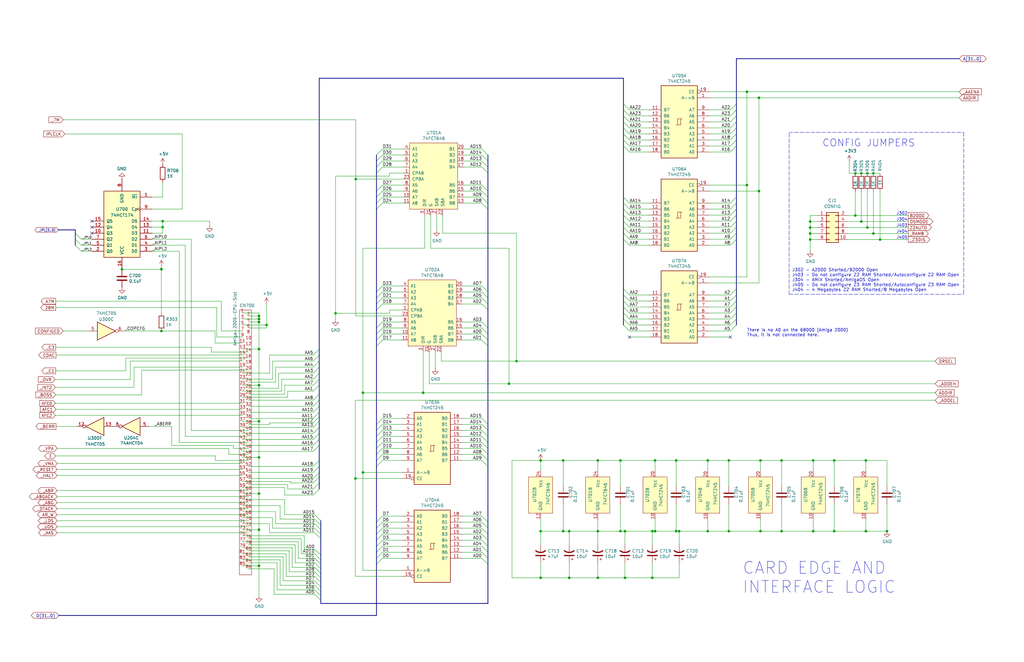
<source format=kicad_sch>
(kicad_sch (version 20231120) (generator "eeschema") (generator_version "8.0")
  (paper "B")
  (title_block (title "Amiga N2630 MC68880 PGA") (date "2024-03-24") (rev "4.1.0b"))
  (junction (at 363.22 93.472))
  (junction (at 276.225 194.31))
  (junction (at 109.22 133.35))
  (junction (at 285.115 224.155))
  (junction (at 214.63 161.925))
  (junction (at 217.805 152.4))
  (junction (at 263.525 224.155))
  (junction (at 112.395 137.16))
  (junction (at 109.22 193.04))
  (junction (at 314.96 78.105))
  (junction (at 368.3 73.152))
  (junction (at 341.63 101.092))
  (junction (at 285.115 194.31))
  (junction (at 51.435 113.665))
  (junction (at 68.072 113.665))
  (junction (at 275.082 243.84))
  (junction (at 109.22 238.76))
  (junction (at 227.965 243.84))
  (junction (at 320.04 41.275))
  (junction (at 237.49 224.155))
  (junction (at 341.63 93.472))
  (junction (at 365.76 73.152))
  (junction (at 329.565 224.155))
  (junction (at 329.565 194.31))
  (junction (at 342.9 224.155))
  (junction (at 286.385 224.155))
  (junction (at 342.9 194.31))
  (junction (at 341.63 98.552))
  (junction (at 153.035 165.735))
  (junction (at 368.3 98.552))
  (junction (at 360.68 90.932))
  (junction (at 276.225 224.155))
  (junction (at 178.435 165.735))
  (junction (at 371.094 101.092))
  (junction (at 341.63 96.012))
  (junction (at 307.34 194.31))
  (junction (at 252.095 194.31))
  (junction (at 307.34 224.155))
  (junction (at 363.22 73.152))
  (junction (at 374.015 224.155))
  (junction (at 109.22 177.8))
  (junction (at 141.478 132.207))
  (junction (at 261.62 194.31))
  (junction (at 252.095 243.84))
  (junction (at 263.525 243.84))
  (junction (at 365.125 194.31))
  (junction (at 360.68 73.152))
  (junction (at 365.76 96.012))
  (junction (at 109.22 208.28))
  (junction (at 149.86 201.93))
  (junction (at 68.072 113.538))
  (junction (at 237.49 194.31))
  (junction (at 275.082 224.155))
  (junction (at 227.965 224.155))
  (junction (at 320.04 80.645))
  (junction (at 109.22 223.52))
  (junction (at 227.965 194.31))
  (junction (at 320.675 224.155))
  (junction (at 109.22 135.89))
  (junction (at 240.03 224.155))
  (junction (at 298.45 194.31))
  (junction (at 68.58 93.345))
  (junction (at 240.03 243.84))
  (junction (at 149.987 75.565))
  (junction (at 261.62 224.155))
  (junction (at 351.79 194.31))
  (junction (at 109.22 147.32))
  (junction (at 314.96 38.735))
  (junction (at 351.79 224.155))
  (junction (at 109.22 134.62))
  (junction (at 109.22 162.56))
  (junction (at 320.675 194.31))
  (junction (at 68.072 139.7))
  (junction (at 153.035 199.39))
  (junction (at 252.095 224.155))
  (junction (at 68.58 95.885))
  (junction (at 365.125 224.155))
  (junction (at 298.45 224.155))
  (no_connect (at 265.43 142.24))
  (no_connect (at 38.735 98.425))
  (no_connect (at 38.735 93.345))
  (no_connect (at 38.735 95.885))
  (no_connect (at 307.975 142.24))
  (bus_entry (at 265.43 98.425) (size -2.54 -2.54))
  (bus_entry (at 132.08 187.96) (size 2.54 -2.54))
  (bus_entry (at 203.2 227.965) (size 2.54 2.54))
  (bus_entry (at 132.715 241.3) (size 2.54 2.54))
  (bus_entry (at 132.715 239.395) (size 2.54 2.54))
  (bus_entry (at 132.715 237.49) (size 2.54 2.54))
  (bus_entry (at 132.715 250.825) (size 2.54 2.54))
  (bus_entry (at 132.715 248.92) (size 2.54 2.54))
  (bus_entry (at 132.715 247.015) (size 2.54 2.54))
  (bus_entry (at 132.715 245.11) (size 2.54 2.54))
  (bus_entry (at 132.715 243.205) (size 2.54 2.54))
  (bus_entry (at 132.715 235.585) (size 2.54 2.54))
  (bus_entry (at 265.43 139.7) (size -2.54 -2.54))
  (bus_entry (at 161.29 125.73) (size -2.54 2.54))
  (bus_entry (at 307.975 95.885) (size 2.54 -2.54))
  (bus_entry (at 307.975 124.46) (size 2.54 -2.54))
  (bus_entry (at 132.08 190.5) (size 2.54 -2.54))
  (bus_entry (at 307.975 127) (size 2.54 -2.54))
  (bus_entry (at 307.975 53.975) (size 2.54 -2.54))
  (bus_entry (at 203.2 230.505) (size 2.54 2.54))
  (bus_entry (at 265.43 100.965) (size -2.54 -2.54))
  (bus_entry (at 265.43 137.16) (size -2.54 -2.54))
  (bus_entry (at 161.29 181.61) (size -2.54 2.54))
  (bus_entry (at 307.975 59.055) (size 2.54 -2.54))
  (bus_entry (at 203.2 233.045) (size 2.54 2.54))
  (bus_entry (at 161.29 220.345) (size -2.54 2.54))
  (bus_entry (at 265.43 64.135) (size -2.54 -2.54))
  (bus_entry (at 34.29 106.045) (size -2.54 -2.54))
  (bus_entry (at 203.2 189.23) (size 2.54 2.54))
  (bus_entry (at 203.2 83.185) (size 2.54 2.54))
  (bus_entry (at 161.29 230.505) (size -2.54 2.54))
  (bus_entry (at 161.29 135.89) (size -2.54 2.54))
  (bus_entry (at 265.43 48.895) (size -2.54 -2.54))
  (bus_entry (at 265.43 132.08) (size -2.54 -2.54))
  (bus_entry (at 132.08 196.85) (size 2.54 -2.54))
  (bus_entry (at 132.08 165.1) (size 2.54 -2.54))
  (bus_entry (at 132.08 162.56) (size 2.54 -2.54))
  (bus_entry (at 132.08 160.02) (size 2.54 -2.54))
  (bus_entry (at 132.08 157.48) (size 2.54 -2.54))
  (bus_entry (at 132.08 154.94) (size 2.54 -2.54))
  (bus_entry (at 132.08 152.4) (size 2.54 -2.54))
  (bus_entry (at 132.08 149.86) (size 2.54 -2.54))
  (bus_entry (at 203.2 65.405) (size 2.54 2.54))
  (bus_entry (at 307.975 51.435) (size 2.54 -2.54))
  (bus_entry (at 265.43 129.54) (size -2.54 -2.54))
  (bus_entry (at 161.29 235.585) (size -2.54 2.54))
  (bus_entry (at 203.2 143.51) (size 2.54 2.54))
  (bus_entry (at 203.2 181.61) (size 2.54 2.54))
  (bus_entry (at 262.89 100.965) (size 2.54 2.54))
  (bus_entry (at 265.43 90.805) (size -2.54 -2.54))
  (bus_entry (at 34.29 103.505) (size -2.54 -2.54))
  (bus_entry (at 203.2 70.485) (size 2.54 2.54))
  (bus_entry (at 307.975 139.7) (size 2.54 -2.54))
  (bus_entry (at 203.2 222.885) (size 2.54 2.54))
  (bus_entry (at 132.08 173.99) (size 2.54 -2.54))
  (bus_entry (at 203.2 179.07) (size 2.54 2.54))
  (bus_entry (at 161.29 80.645) (size -2.54 2.54))
  (bus_entry (at 265.43 53.975) (size -2.54 -2.54))
  (bus_entry (at 34.29 100.965) (size -2.54 -2.54))
  (bus_entry (at 203.2 62.865) (size 2.54 2.54))
  (bus_entry (at 161.29 222.885) (size -2.54 2.54))
  (bus_entry (at 203.2 220.345) (size 2.54 2.54))
  (bus_entry (at 161.29 179.07) (size -2.54 2.54))
  (bus_entry (at 132.715 233.68) (size 2.54 2.54))
  (bus_entry (at 132.715 231.775) (size 2.54 2.54))
  (bus_entry (at 132.715 224.79) (size 2.54 2.54))
  (bus_entry (at 132.715 222.885) (size 2.54 2.54))
  (bus_entry (at 132.715 220.98) (size 2.54 2.54))
  (bus_entry (at 132.715 219.075) (size 2.54 2.54))
  (bus_entry (at 132.715 217.17) (size 2.54 2.54))
  (bus_entry (at 161.29 176.53) (size -2.54 2.54))
  (bus_entry (at 132.08 185.42) (size 2.54 -2.54))
  (bus_entry (at 307.975 98.425) (size 2.54 -2.54))
  (bus_entry (at 203.2 191.77) (size 2.54 2.54))
  (bus_entry (at 307.975 100.965) (size 2.54 -2.54))
  (bus_entry (at 307.975 93.345) (size 2.54 -2.54))
  (bus_entry (at 203.2 138.43) (size 2.54 2.54))
  (bus_entry (at 265.43 124.46) (size -2.54 -2.54))
  (bus_entry (at 307.975 46.355) (size 2.54 -2.54))
  (bus_entry (at 307.975 90.805) (size 2.54 -2.54))
  (bus_entry (at 307.975 103.505) (size 2.54 -2.54))
  (bus_entry (at 161.29 233.045) (size -2.54 2.54))
  (bus_entry (at 203.2 128.27) (size 2.54 2.54))
  (bus_entry (at 307.975 56.515) (size 2.54 -2.54))
  (bus_entry (at 203.2 123.19) (size 2.54 2.54))
  (bus_entry (at 203.2 140.97) (size 2.54 2.54))
  (bus_entry (at 265.43 59.055) (size -2.54 -2.54))
  (bus_entry (at 161.29 140.97) (size -2.54 2.54))
  (bus_entry (at 132.08 201.93) (size 2.54 -2.54))
  (bus_entry (at 161.29 85.725) (size -2.54 2.54))
  (bus_entry (at 161.29 186.69) (size -2.54 2.54))
  (bus_entry (at 132.08 182.88) (size 2.54 -2.54))
  (bus_entry (at 203.2 176.53) (size 2.54 2.54))
  (bus_entry (at 161.29 143.51) (size -2.54 2.54))
  (bus_entry (at 132.08 178.435) (size 2.54 -2.54))
  (bus_entry (at 203.2 80.645) (size 2.54 2.54))
  (bus_entry (at 161.29 83.185) (size -2.54 2.54))
  (bus_entry (at 265.43 134.62) (size -2.54 -2.54))
  (bus_entry (at 161.29 194.31) (size -2.54 2.54))
  (bus_entry (at 265.43 95.885) (size -2.54 -2.54))
  (bus_entry (at 265.43 88.265) (size -2.54 -2.54))
  (bus_entry (at 132.08 199.39) (size 2.54 -2.54))
  (bus_entry (at 203.2 120.65) (size 2.54 2.54))
  (bus_entry (at 161.29 123.19) (size -2.54 2.54))
  (bus_entry (at 265.43 85.725) (size -2.54 -2.54))
  (bus_entry (at 132.08 171.45) (size 2.54 -2.54))
  (bus_entry (at 161.29 225.425) (size -2.54 2.54))
  (bus_entry (at 161.29 138.43) (size -2.54 2.54))
  (bus_entry (at 161.29 67.945) (size -2.54 2.54))
  (bus_entry (at 203.2 186.69) (size 2.54 2.54))
  (bus_entry (at 132.08 176.53) (size 2.54 -2.54))
  (bus_entry (at 307.975 129.54) (size 2.54 -2.54))
  (bus_entry (at 161.29 128.27) (size -2.54 2.54))
  (bus_entry (at 161.29 227.965) (size -2.54 2.54))
  (bus_entry (at 265.43 127) (size -2.54 -2.54))
  (bus_entry (at 161.29 184.15) (size -2.54 2.54))
  (bus_entry (at 265.43 51.435) (size -2.54 -2.54))
  (bus_entry (at 203.2 125.73) (size 2.54 2.54))
  (bus_entry (at 203.2 85.725) (size 2.54 2.54))
  (bus_entry (at 307.975 137.16) (size 2.54 -2.54))
  (bus_entry (at 132.08 168.91) (size 2.54 -2.54))
  (bus_entry (at 203.2 135.89) (size 2.54 2.54))
  (bus_entry (at 161.29 189.23) (size -2.54 2.54))
  (bus_entry (at 161.29 78.105) (size -2.54 2.54))
  (bus_entry (at 132.08 180.34) (size 2.54 -2.54))
  (bus_entry (at 161.29 65.405) (size -2.54 2.54))
  (bus_entry (at 307.975 64.135) (size 2.54 -2.54))
  (bus_entry (at 203.2 67.945) (size 2.54 2.54))
  (bus_entry (at 203.2 194.31) (size 2.54 2.54))
  (bus_entry (at 265.43 93.345) (size -2.54 -2.54))
  (bus_entry (at 307.975 88.265) (size 2.54 -2.54))
  (bus_entry (at 203.2 184.15) (size 2.54 2.54))
  (bus_entry (at 307.975 48.895) (size 2.54 -2.54))
  (bus_entry (at 132.08 208.915) (size 2.54 -2.54))
  (bus_entry (at 132.08 203.835) (size 2.54 -2.54))
  (bus_entry (at 132.08 206.375) (size 2.54 -2.54))
  (bus_entry (at 161.29 191.77) (size -2.54 2.54))
  (bus_entry (at 203.2 217.805) (size 2.54 2.54))
  (bus_entry (at 307.975 85.725) (size 2.54 -2.54))
  (bus_entry (at 158.75 123.19) (size 2.54 -2.54))
  (bus_entry (at 203.2 235.585) (size 2.54 2.54))
  (bus_entry (at 158.75 65.405) (size 2.54 -2.54))
  (bus_entry (at 161.29 217.805) (size -2.54 2.54))
  (bus_entry (at 265.43 61.595) (size -2.54 -2.54))
  (bus_entry (at 203.2 78.105) (size 2.54 2.54))
  (bus_entry (at 265.43 56.515) (size -2.54 -2.54))
  (bus_entry (at 307.975 61.595) (size 2.54 -2.54))
  (bus_entry (at 265.43 46.355) (size -2.54 -2.54))
  (bus_entry (at 307.975 134.62) (size 2.54 -2.54))
  (bus_entry (at 307.975 132.08) (size 2.54 -2.54))
  (bus_entry (at 203.2 225.425) (size 2.54 2.54))
  (bus_entry (at 161.29 70.485) (size -2.54 2.54))
  (wire (pts (xy 273.685 142.24) (xy 265.43 142.24)))
  (bus (pts (xy 205.74 194.31) (xy 205.74 196.85)))
  (bus (pts (xy 134.62 154.94) (xy 134.62 157.48)))
  (wire (pts (xy 120.015 162.56) (xy 120.015 166.37)))
  (wire (pts (xy 113.665 220.98) (xy 113.665 224.79)))
  (wire (pts (xy 273.685 95.885) (xy 265.43 95.885)))
  (wire (pts (xy 102.235 167.64) (xy 121.285 167.64)))
  (wire (pts (xy 374.015 194.31) (xy 374.015 205.105)))
  (wire (pts (xy 102.235 231.14) (xy 123.19 231.14)))
  (wire (pts (xy 96.52 189.23) (xy 24.13 189.23)))
  (bus (pts (xy 205.74 88.265) (xy 205.74 123.19)))
  (wire (pts (xy 169.545 140.97) (xy 161.29 140.97)))
  (wire (pts (xy 194.945 184.15) (xy 203.2 184.15)))
  (wire (pts (xy 263.525 243.84) (xy 275.082 243.84)))
  (bus (pts (xy 158.75 80.645) (xy 158.75 83.185)))
  (bus (pts (xy 262.89 129.54) (xy 262.89 132.08)))
  (wire (pts (xy 121.92 241.3) (xy 132.715 241.3)))
  (wire (pts (xy 128.27 226.06) (xy 128.27 231.775)))
  (bus (pts (xy 158.75 235.585) (xy 158.75 238.125)))
  (wire (pts (xy 104.775 138.43) (xy 112.395 138.43)))
  (wire (pts (xy 194.945 227.965) (xy 203.2 227.965)))
  (bus (pts (xy 135.255 223.52) (xy 135.255 225.425)))
  (wire (pts (xy 169.545 143.51) (xy 161.29 143.51)))
  (wire (pts (xy 26.67 139.7) (xy 37.211 139.7)))
  (wire (pts (xy 286.385 229.87) (xy 286.385 224.155)))
  (wire (pts (xy 104.775 156.21) (xy 59.69 156.21)))
  (bus (pts (xy 135.255 240.03) (xy 135.255 241.935)))
  (bus (pts (xy 262.89 98.425) (xy 262.89 100.965)))
  (wire (pts (xy 368.3 98.552) (xy 383.032 98.552)))
  (wire (pts (xy 109.22 132.08) (xy 109.22 133.35)))
  (wire (pts (xy 104.775 173.99) (xy 132.08 173.99)))
  (wire (pts (xy 52.451 139.7) (xy 68.072 139.7)))
  (wire (pts (xy 365.125 198.755) (xy 365.125 194.31)))
  (wire (pts (xy 102.235 132.08) (xy 109.22 132.08)))
  (wire (pts (xy 153.035 199.39) (xy 153.035 240.665)))
  (wire (pts (xy 90.805 194.31) (xy 90.805 192.405)))
  (wire (pts (xy 273.685 88.265) (xy 265.43 88.265)))
  (wire (pts (xy 299.085 85.725) (xy 307.975 85.725)))
  (wire (pts (xy 357.378 101.092) (xy 371.094 101.092)))
  (wire (pts (xy 320.675 194.31) (xy 329.565 194.31)))
  (wire (pts (xy 149.86 243.205) (xy 169.545 243.205)))
  (wire (pts (xy 89.154 146.558) (xy 89.154 148.59)))
  (wire (pts (xy 78.105 103.505) (xy 78.105 184.15)))
  (wire (pts (xy 112.395 137.16) (xy 112.395 128.27)))
  (wire (pts (xy 227.965 194.31) (xy 237.49 194.31)))
  (wire (pts (xy 299.085 53.975) (xy 307.975 53.975)))
  (wire (pts (xy 27.305 56.515) (xy 76.835 56.515)))
  (wire (pts (xy 276.225 194.31) (xy 285.115 194.31)))
  (wire (pts (xy 276.225 198.755) (xy 276.225 194.31)))
  (wire (pts (xy 286.385 243.84) (xy 286.385 237.49)))
  (bus (pts (xy 134.62 177.8) (xy 134.62 180.34)))
  (bus (pts (xy 262.89 90.805) (xy 262.89 93.345)))
  (wire (pts (xy 102.235 149.86) (xy 23.622 149.86)))
  (wire (pts (xy 341.63 90.932) (xy 341.63 93.472)))
  (wire (pts (xy 102.235 187.96) (xy 132.08 187.96)))
  (wire (pts (xy 169.545 191.77) (xy 161.29 191.77)))
  (wire (pts (xy 169.545 179.07) (xy 161.29 179.07)))
  (wire (pts (xy 153.035 240.665) (xy 169.545 240.665)))
  (bus (pts (xy 310.515 53.975) (xy 310.515 56.515)))
  (wire (pts (xy 102.235 198.12) (xy 24.13 198.12)))
  (bus (pts (xy 205.74 179.07) (xy 205.74 181.61)))
  (wire (pts (xy 102.235 236.22) (xy 118.11 236.22)))
  (bus (pts (xy 310.515 51.435) (xy 310.515 53.975)))
  (wire (pts (xy 169.545 189.23) (xy 161.29 189.23)))
  (wire (pts (xy 104.775 191.77) (xy 96.52 191.77)))
  (wire (pts (xy 104.775 196.85) (xy 132.08 196.85)))
  (wire (pts (xy 120.015 217.17) (xy 132.715 217.17)))
  (wire (pts (xy 195.58 70.485) (xy 203.2 70.485)))
  (wire (pts (xy 194.945 194.31) (xy 203.2 194.31)))
  (wire (pts (xy 170.18 70.485) (xy 161.29 70.485)))
  (bus (pts (xy 134.62 152.4) (xy 134.62 154.94)))
  (wire (pts (xy 217.805 152.4) (xy 394.335 152.4)))
  (wire (pts (xy 341.63 101.092) (xy 341.63 105.918)))
  (wire (pts (xy 113.665 157.48) (xy 113.665 149.86)))
  (wire (pts (xy 104.775 184.15) (xy 78.105 184.15)))
  (bus (pts (xy 134.62 33.02) (xy 134.62 147.32)))
  (wire (pts (xy 169.545 186.69) (xy 161.29 186.69)))
  (wire (pts (xy 314.96 38.735) (xy 299.085 38.735)))
  (bus (pts (xy 205.74 140.97) (xy 205.74 143.51)))
  (wire (pts (xy 169.545 220.345) (xy 161.29 220.345)))
  (bus (pts (xy 262.89 95.885) (xy 262.89 98.425)))
  (wire (pts (xy 194.945 143.51) (xy 203.2 143.51)))
  (wire (pts (xy 341.63 96.012) (xy 341.63 98.552)))
  (bus (pts (xy 310.515 95.885) (xy 310.515 98.425)))
  (wire (pts (xy 109.22 208.28) (xy 109.22 223.52)))
  (wire (pts (xy 149.86 201.93) (xy 149.86 243.205)))
  (bus (pts (xy 158.75 233.045) (xy 158.75 235.585)))
  (wire (pts (xy 118.11 219.075) (xy 132.715 219.075)))
  (wire (pts (xy 56.515 163.449) (xy 56.515 154.94)))
  (bus (pts (xy 262.89 85.725) (xy 262.89 88.265)))
  (wire (pts (xy 170.18 65.405) (xy 161.29 65.405)))
  (bus (pts (xy 31.75 98.425) (xy 31.75 100.965)))
  (wire (pts (xy 102.235 152.4) (xy 54.991 152.4)))
  (wire (pts (xy 194.945 176.53) (xy 203.2 176.53)))
  (bus (pts (xy 205.74 85.725) (xy 205.74 88.265)))
  (bus (pts (xy 134.62 166.37) (xy 134.62 168.91)))
  (wire (pts (xy 342.9 198.755) (xy 342.9 194.31)))
  (wire (pts (xy 109.22 193.04) (xy 109.22 208.28)))
  (wire (pts (xy 113.665 224.79) (xy 132.715 224.79)))
  (bus (pts (xy 134.62 199.39) (xy 134.62 201.295)))
  (wire (pts (xy 104.775 217.17) (xy 24.13 217.17)))
  (wire (pts (xy 104.775 148.59) (xy 89.154 148.59)))
  (wire (pts (xy 102.235 180.34) (xy 132.08 180.34)))
  (wire (pts (xy 178.435 165.735) (xy 153.035 165.735)))
  (bus (pts (xy 262.89 51.435) (xy 262.89 53.975)))
  (bus (pts (xy 310.515 43.815) (xy 310.515 46.355)))
  (bus (pts (xy 310.515 129.54) (xy 310.515 132.08)))
  (bus (pts (xy 135.255 245.745) (xy 135.255 247.65)))
  (bus (pts (xy 262.89 33.02) (xy 134.62 33.02)))
  (wire (pts (xy 178.435 165.735) (xy 178.435 148.59)))
  (bus (pts (xy 158.75 70.485) (xy 158.75 73.025)))
  (wire (pts (xy 273.685 56.515) (xy 265.43 56.515)))
  (wire (pts (xy 299.085 132.08) (xy 307.975 132.08)))
  (wire (pts (xy 122.555 203.2) (xy 122.555 203.835)))
  (bus (pts (xy 158.75 138.43) (xy 158.75 140.97)))
  (wire (pts (xy 23.622 172.72) (xy 102.235 172.72)))
  (wire (pts (xy 64.135 98.425) (xy 68.58 98.425)))
  (wire (pts (xy 285.115 224.155) (xy 286.385 224.155)))
  (wire (pts (xy 314.96 78.105) (xy 314.96 38.735)))
  (wire (pts (xy 109.22 162.56) (xy 109.22 177.8)))
  (wire (pts (xy 104.775 135.89) (xy 109.22 135.89)))
  (wire (pts (xy 68.58 95.885) (xy 68.58 98.425)))
  (bus (pts (xy 205.74 146.05) (xy 205.74 179.07)))
  (bus (pts (xy 158.75 128.27) (xy 158.75 130.81)))
  (wire (pts (xy 170.18 62.865) (xy 161.29 62.865)))
  (bus (pts (xy 31.75 97.028) (xy 31.75 98.425)))
  (wire (pts (xy 169.545 230.505) (xy 161.29 230.505)))
  (wire (pts (xy 307.975 142.24) (xy 299.085 142.24)))
  (wire (pts (xy 102.235 165.1) (xy 118.745 165.1)))
  (bus (pts (xy 158.75 196.85) (xy 158.75 220.345)))
  (wire (pts (xy 118.11 247.015) (xy 132.715 247.015)))
  (bus (pts (xy 158.75 186.69) (xy 158.75 189.23)))
  (bus (pts (xy 205.74 67.945) (xy 205.74 70.485)))
  (wire (pts (xy 88.392 93.345) (xy 88.392 95.25)))
  (wire (pts (xy 102.235 142.24) (xy 91.44 142.24)))
  (wire (pts (xy 120.015 208.915) (xy 132.08 208.915)))
  (wire (pts (xy 102.235 220.98) (xy 113.665 220.98)))
  (wire (pts (xy 104.775 201.93) (xy 132.08 201.93)))
  (wire (pts (xy 273.685 61.595) (xy 265.43 61.595)))
  (wire (pts (xy 273.685 85.725) (xy 265.43 85.725)))
  (wire (pts (xy 104.775 207.01) (xy 24.13 207.01)))
  (bus (pts (xy 158.75 227.965) (xy 158.75 230.505)))
  (wire (pts (xy 320.04 41.275) (xy 299.085 41.275)))
  (bus (pts (xy 205.74 225.425) (xy 205.74 227.965)))
  (wire (pts (xy 23.241 160.147) (xy 54.991 160.147)))
  (wire (pts (xy 365.76 73.152) (xy 368.3 73.152)))
  (wire (pts (xy 357.378 93.472) (xy 363.22 93.472)))
  (wire (pts (xy 299.085 98.425) (xy 307.975 98.425)))
  (wire (pts (xy 368.3 80.772) (xy 368.3 98.552)))
  (wire (pts (xy 124.46 237.49) (xy 132.715 237.49)))
  (wire (pts (xy 115.57 240.03) (xy 115.57 250.825)))
  (bus (pts (xy 135.255 221.615) (xy 135.255 223.52)))
  (wire (pts (xy 109.22 133.35) (xy 109.22 134.62)))
  (bus (pts (xy 134.62 175.895) (xy 134.62 177.8)))
  (bus (pts (xy 134.62 180.34) (xy 134.62 182.88)))
  (wire (pts (xy 102.235 193.04) (xy 109.22 193.04)))
  (wire (pts (xy 273.685 51.435) (xy 265.43 51.435)))
  (bus (pts (xy 262.89 121.92) (xy 262.89 124.46)))
  (wire (pts (xy 122.555 203.835) (xy 132.08 203.835)))
  (wire (pts (xy 59.69 166.624) (xy 59.69 156.21)))
  (bus (pts (xy 158.75 67.945) (xy 158.75 70.485)))
  (wire (pts (xy 299.085 100.965) (xy 307.975 100.965)))
  (wire (pts (xy 51.435 113.665) (xy 68.072 113.665)))
  (bus (pts (xy 205.74 184.15) (xy 205.74 186.69)))
  (wire (pts (xy 102.235 144.78) (xy 90.678 144.78)))
  (wire (pts (xy 169.545 130.81) (xy 164.338 130.81)))
  (wire (pts (xy 363.22 93.472) (xy 383.032 93.472)))
  (wire (pts (xy 109.22 135.89) (xy 109.22 147.32)))
  (bus (pts (xy 158.75 189.23) (xy 158.75 191.77)))
  (wire (pts (xy 320.675 198.755) (xy 320.675 194.31)))
  (wire (pts (xy 68.58 83.185) (xy 64.135 83.185)))
  (wire (pts (xy 195.58 80.645) (xy 203.2 80.645)))
  (bus (pts (xy 158.75 220.345) (xy 158.75 222.885)))
  (wire (pts (xy 53.086 151.13) (xy 53.086 156.464)))
  (wire (pts (xy 169.545 184.15) (xy 161.29 184.15)))
  (wire (pts (xy 351.79 194.31) (xy 365.125 194.31)))
  (wire (pts (xy 120.015 205.74) (xy 120.015 208.915)))
  (bus (pts (xy 135.255 219.71) (xy 135.255 221.615)))
  (bus (pts (xy 310.515 61.595) (xy 310.515 83.185)))
  (wire (pts (xy 252.095 224.155) (xy 261.62 224.155)))
  (wire (pts (xy 194.945 181.61) (xy 203.2 181.61)))
  (wire (pts (xy 102.235 203.2) (xy 122.555 203.2)))
  (bus (pts (xy 135.255 247.65) (xy 135.255 249.555)))
  (wire (pts (xy 195.58 83.185) (xy 203.2 83.185)))
  (bus (pts (xy 310.515 134.62) (xy 310.515 137.16)))
  (bus (pts (xy 158.75 191.77) (xy 158.75 194.31)))
  (wire (pts (xy 132.08 178.435) (xy 113.665 178.435)))
  (wire (pts (xy 299.085 93.345) (xy 307.975 93.345)))
  (wire (pts (xy 102.235 182.88) (xy 132.08 182.88)))
  (wire (pts (xy 214.63 161.925) (xy 180.975 161.925)))
  (wire (pts (xy 240.03 229.87) (xy 240.03 224.155)))
  (wire (pts (xy 299.085 78.105) (xy 314.96 78.105)))
  (wire (pts (xy 169.545 176.53) (xy 161.29 176.53)))
  (wire (pts (xy 102.235 137.16) (xy 112.395 137.16)))
  (wire (pts (xy 116.205 220.98) (xy 132.715 220.98)))
  (bus (pts (xy 135.255 251.46) (xy 135.255 253.365)))
  (wire (pts (xy 170.18 78.105) (xy 161.29 78.105)))
  (wire (pts (xy 194.945 191.77) (xy 203.2 191.77)))
  (wire (pts (xy 299.085 56.515) (xy 307.975 56.515)))
  (wire (pts (xy 102.235 205.74) (xy 120.015 205.74)))
  (wire (pts (xy 195.58 85.725) (xy 203.2 85.725)))
  (wire (pts (xy 38.735 103.505) (xy 34.29 103.505)))
  (wire (pts (xy 261.62 194.31) (xy 276.225 194.31)))
  (wire (pts (xy 374.015 224.155) (xy 374.015 212.725)))
  (wire (pts (xy 153.035 165.735) (xy 153.035 104.775)))
  (bus (pts (xy 310.515 127) (xy 310.515 129.54)))
  (wire (pts (xy 64.135 93.345) (xy 68.58 93.345)))
  (wire (pts (xy 237.49 224.155) (xy 240.03 224.155)))
  (wire (pts (xy 102.235 134.62) (xy 109.22 134.62)))
  (wire (pts (xy 194.945 220.345) (xy 203.2 220.345)))
  (wire (pts (xy 320.04 80.645) (xy 320.04 41.275)))
  (wire (pts (xy 64.135 95.885) (xy 68.58 95.885)))
  (wire (pts (xy 181.61 104.775) (xy 214.63 104.775)))
  (wire (pts (xy 217.805 152.4) (xy 186.055 152.4)))
  (wire (pts (xy 102.235 228.6) (xy 125.73 228.6)))
  (wire (pts (xy 102.235 226.06) (xy 128.27 226.06)))
  (wire (pts (xy 102.235 195.58) (xy 24.13 195.58)))
  (wire (pts (xy 164.338 130.81) (xy 164.338 132.207)))
  (wire (pts (xy 169.545 225.425) (xy 161.29 225.425)))
  (bus (pts (xy 135.255 236.22) (xy 135.255 238.125)))
  (wire (pts (xy 104.775 161.29) (xy 116.205 161.29)))
  (wire (pts (xy 116.205 215.9) (xy 116.205 220.98)))
  (bus (pts (xy 310.515 121.92) (xy 310.515 124.46)))
  (wire (pts (xy 351.79 224.155) (xy 365.125 224.155)))
  (wire (pts (xy 299.085 124.46) (xy 307.975 124.46)))
  (bus (pts (xy 134.62 201.295) (xy 134.62 203.835)))
  (wire (pts (xy 121.92 232.41) (xy 121.92 241.3)))
  (bus (pts (xy 205.74 80.645) (xy 205.74 83.185)))
  (wire (pts (xy 104.775 212.09) (xy 24.13 212.09)))
  (wire (pts (xy 169.545 135.89) (xy 161.29 135.89)))
  (wire (pts (xy 344.678 93.472) (xy 341.63 93.472)))
  (bus (pts (xy 134.62 203.835) (xy 134.62 206.375)))
  (bus (pts (xy 205.74 70.485) (xy 205.74 73.025)))
  (bus (pts (xy 262.89 88.265) (xy 262.89 90.805)))
  (wire (pts (xy 320.675 224.155) (xy 329.565 224.155)))
  (wire (pts (xy 252.095 198.755) (xy 252.095 194.31)))
  (wire (pts (xy 195.58 67.945) (xy 203.2 67.945)))
  (bus (pts (xy 262.89 33.02) (xy 262.89 43.815)))
  (wire (pts (xy 102.235 157.48) (xy 113.665 157.48)))
  (wire (pts (xy 116.84 237.49) (xy 116.84 248.92)))
  (wire (pts (xy 120.015 210.82) (xy 120.015 217.17)))
  (bus (pts (xy 158.75 140.97) (xy 158.75 143.51)))
  (wire (pts (xy 169.545 222.885) (xy 161.29 222.885)))
  (wire (pts (xy 23.368 175.26) (xy 102.235 175.26)))
  (wire (pts (xy 109.22 177.8) (xy 109.22 193.04)))
  (wire (pts (xy 314.96 116.84) (xy 314.96 78.105)))
  (bus (pts (xy 262.89 93.345) (xy 262.89 95.885)))
  (wire (pts (xy 240.03 243.84) (xy 252.095 243.84)))
  (bus (pts (xy 158.75 83.185) (xy 158.75 85.725)))
  (bus (pts (xy 310.515 85.725) (xy 310.515 88.265)))
  (wire (pts (xy 344.678 101.092) (xy 341.63 101.092)))
  (bus (pts (xy 205.74 235.585) (xy 205.74 238.125)))
  (wire (pts (xy 344.678 98.552) (xy 341.63 98.552)))
  (wire (pts (xy 104.775 224.79) (xy 24.13 224.79)))
  (wire (pts (xy 357.378 90.932) (xy 360.68 90.932)))
  (wire (pts (xy 320.675 219.075) (xy 320.675 224.155)))
  (wire (pts (xy 263.525 224.155) (xy 275.082 224.155)))
  (wire (pts (xy 72.39 179.959) (xy 72.39 187.96)))
  (wire (pts (xy 240.03 224.155) (xy 252.095 224.155)))
  (wire (pts (xy 329.565 194.31) (xy 342.9 194.31)))
  (bus (pts (xy 205.74 220.345) (xy 205.74 222.885)))
  (wire (pts (xy 119.38 245.11) (xy 132.715 245.11)))
  (wire (pts (xy 118.11 213.36) (xy 118.11 219.075)))
  (wire (pts (xy 104.775 209.55) (xy 24.13 209.55)))
  (wire (pts (xy 102.235 162.56) (xy 109.22 162.56)))
  (wire (pts (xy 113.665 178.435) (xy 113.665 179.07)))
  (wire (pts (xy 298.45 194.31) (xy 307.34 194.31)))
  (wire (pts (xy 194.945 189.23) (xy 203.2 189.23)))
  (bus (pts (xy 310.515 59.055) (xy 310.515 61.595)))
  (wire (pts (xy 132.08 165.1) (xy 121.285 165.1)))
  (bus (pts (xy 205.74 73.025) (xy 205.74 80.645)))
  (wire (pts (xy 26.67 50.546) (xy 149.987 50.546)))
  (wire (pts (xy 298.45 219.075) (xy 298.45 224.155)))
  (wire (pts (xy 186.055 152.4) (xy 186.055 148.59)))
  (wire (pts (xy 194.945 235.585) (xy 203.2 235.585)))
  (wire (pts (xy 365.76 96.012) (xy 383.032 96.012)))
  (wire (pts (xy 104.775 227.33) (xy 127 227.33)))
  (wire (pts (xy 23.495 166.624) (xy 59.69 166.624)))
  (wire (pts (xy 149.987 50.546) (xy 149.987 75.565)))
  (bus (pts (xy 310.515 83.185) (xy 310.515 85.725)))
  (wire (pts (xy 169.545 125.73) (xy 161.29 125.73)))
  (wire (pts (xy 273.685 53.975) (xy 265.43 53.975)))
  (wire (pts (xy 299.085 103.505) (xy 307.975 103.505)))
  (wire (pts (xy 371.094 101.092) (xy 383.032 101.092)))
  (wire (pts (xy 320.04 41.275) (xy 404.495 41.275)))
  (bus (pts (xy 134.62 194.31) (xy 134.62 196.85)))
  (wire (pts (xy 141.478 74.295) (xy 164.211 74.295)))
  (wire (pts (xy 299.085 61.595) (xy 307.975 61.595)))
  (wire (pts (xy 307.34 212.725) (xy 307.34 224.155)))
  (wire (pts (xy 104.775 199.39) (xy 132.08 199.39)))
  (wire (pts (xy 275.082 224.155) (xy 276.225 224.155)))
  (wire (pts (xy 273.685 59.055) (xy 265.43 59.055)))
  (wire (pts (xy 273.685 139.7) (xy 265.43 139.7)))
  (wire (pts (xy 261.62 205.105) (xy 261.62 194.31)))
  (bus (pts (xy 205.74 65.405) (xy 205.74 67.945)))
  (bus (pts (xy 310.515 88.265) (xy 310.515 90.805)))
  (wire (pts (xy 149.987 75.565) (xy 170.18 75.565)))
  (wire (pts (xy 351.79 205.105) (xy 351.79 194.31)))
  (wire (pts (xy 341.63 98.552) (xy 341.63 101.092)))
  (wire (pts (xy 102.235 238.76) (xy 109.22 238.76)))
  (bus (pts (xy 262.89 124.46) (xy 262.89 127)))
  (bus (pts (xy 135.255 241.935) (xy 135.255 243.84)))
  (wire (pts (xy 286.385 224.155) (xy 298.45 224.155)))
  (wire (pts (xy 215.9 194.31) (xy 227.965 194.31)))
  (wire (pts (xy 68.072 112.395) (xy 68.072 113.538)))
  (wire (pts (xy 104.775 214.63) (xy 24.13 214.63)))
  (wire (pts (xy 195.58 78.105) (xy 203.2 78.105)))
  (wire (pts (xy 68.58 93.345) (xy 68.58 95.885)))
  (wire (pts (xy 273.685 132.08) (xy 265.43 132.08)))
  (bus (pts (xy 205.74 196.85) (xy 205.74 220.345)))
  (wire (pts (xy 169.545 217.805) (xy 161.29 217.805)))
  (wire (pts (xy 127 233.68) (xy 132.715 233.68)))
  (wire (pts (xy 104.775 229.87) (xy 124.46 229.87)))
  (wire (pts (xy 102.235 215.9) (xy 116.205 215.9)))
  (wire (pts (xy 169.545 199.39) (xy 153.035 199.39)))
  (wire (pts (xy 123.19 239.395) (xy 132.715 239.395)))
  (bus (pts (xy 134.62 171.45) (xy 134.62 173.99)))
  (wire (pts (xy 195.58 62.865) (xy 203.2 62.865)))
  (wire (pts (xy 118.745 160.02) (xy 118.745 165.1)))
  (wire (pts (xy 90.805 192.405) (xy 23.495 192.405)))
  (bus (pts (xy 205.74 143.51) (xy 205.74 146.05)))
  (wire (pts (xy 169.545 123.19) (xy 161.29 123.19)))
  (wire (pts (xy 23.495 129.794) (xy 91.44 129.794)))
  (wire (pts (xy 217.805 98.425) (xy 217.805 152.4)))
  (bus (pts (xy 158.75 85.725) (xy 158.75 88.265)))
  (wire (pts (xy 275.082 243.84) (xy 286.385 243.84)))
  (wire (pts (xy 227.965 198.755) (xy 227.965 194.31)))
  (wire (pts (xy 170.18 83.185) (xy 161.29 83.185)))
  (bus (pts (xy 262.89 56.515) (xy 262.89 59.055)))
  (wire (pts (xy 109.22 147.32) (xy 109.22 162.56)))
  (wire (pts (xy 38.735 106.045) (xy 34.29 106.045)))
  (wire (pts (xy 227.965 229.87) (xy 227.965 224.155)))
  (wire (pts (xy 153.035 165.735) (xy 153.035 199.39)))
  (wire (pts (xy 344.678 90.932) (xy 341.63 90.932)))
  (wire (pts (xy 120.65 233.68) (xy 120.65 243.205)))
  (wire (pts (xy 342.9 219.075) (xy 342.9 224.155)))
  (bus (pts (xy 205.74 138.43) (xy 205.74 140.97)))
  (bus (pts (xy 205.74 227.965) (xy 205.74 230.505)))
  (wire (pts (xy 273.685 93.345) (xy 265.43 93.345)))
  (wire (pts (xy 117.475 157.48) (xy 117.475 163.83)))
  (wire (pts (xy 252.095 229.87) (xy 252.095 224.155)))
  (wire (pts (xy 164.211 74.295) (xy 164.211 73.025)))
  (bus (pts (xy 262.89 46.355) (xy 262.89 48.895)))
  (wire (pts (xy 23.622 179.959) (xy 32.385 179.959)))
  (wire (pts (xy 118.11 236.22) (xy 118.11 247.015)))
  (bus (pts (xy 135.255 253.365) (xy 135.255 254.635)))
  (wire (pts (xy 275.082 229.87) (xy 275.082 224.155)))
  (bus (pts (xy 158.75 65.405) (xy 158.75 67.945)))
  (bus (pts (xy 205.74 222.885) (xy 205.74 225.425)))
  (wire (pts (xy 273.685 98.425) (xy 265.43 98.425)))
  (wire (pts (xy 363.22 73.152) (xy 365.76 73.152)))
  (bus (pts (xy 158.75 259.715) (xy 24.765 259.715)))
  (wire (pts (xy 141.478 132.207) (xy 141.478 74.295)))
  (bus (pts (xy 31.75 100.965) (xy 31.75 103.505)))
  (wire (pts (xy 98.425 187.96) (xy 72.39 187.96)))
  (wire (pts (xy 358.14 73.152) (xy 360.68 73.152)))
  (wire (pts (xy 54.991 160.147) (xy 54.991 152.4)))
  (bus (pts (xy 205.74 233.045) (xy 205.74 235.585)))
  (wire (pts (xy 363.22 80.772) (xy 363.22 93.472)))
  (wire (pts (xy 276.225 224.155) (xy 285.115 224.155)))
  (wire (pts (xy 104.775 234.95) (xy 119.38 234.95)))
  (wire (pts (xy 68.072 113.538) (xy 68.072 113.665)))
  (wire (pts (xy 90.678 139.7) (xy 90.678 144.78)))
  (bus (pts (xy 134.62 182.88) (xy 134.62 185.42)))
  (wire (pts (xy 102.235 200.66) (xy 24.13 200.66)))
  (wire (pts (xy 285.115 205.105) (xy 285.115 194.31)))
  (wire (pts (xy 104.775 204.47) (xy 121.285 204.47)))
  (bus (pts (xy 158.75 146.05) (xy 158.75 179.07)))
  (wire (pts (xy 299.085 127) (xy 307.975 127)))
  (bus (pts (xy 158.75 143.51) (xy 158.75 146.05)))
  (wire (pts (xy 360.68 90.932) (xy 383.032 90.932)))
  (wire (pts (xy 120.65 243.205) (xy 132.715 243.205)))
  (wire (pts (xy 299.085 46.355) (xy 307.975 46.355)))
  (wire (pts (xy 64.135 106.045) (xy 75.565 106.045)))
  (wire (pts (xy 329.565 212.725) (xy 329.565 224.155)))
  (bus (pts (xy 205.74 238.125) (xy 205.74 254.635)))
  (wire (pts (xy 186.69 90.805) (xy 186.69 98.425)))
  (wire (pts (xy 23.495 146.558) (xy 89.154 146.558)))
  (wire (pts (xy 169.545 128.27) (xy 161.29 128.27)))
  (bus (pts (xy 205.74 189.23) (xy 205.74 191.77)))
  (wire (pts (xy 299.085 80.645) (xy 320.04 80.645)))
  (wire (pts (xy 38.735 100.965) (xy 34.29 100.965)))
  (wire (pts (xy 186.69 98.425) (xy 217.805 98.425)))
  (wire (pts (xy 115.57 250.825) (xy 132.715 250.825)))
  (wire (pts (xy 121.285 206.375) (xy 132.08 206.375)))
  (wire (pts (xy 342.9 194.31) (xy 351.79 194.31)))
  (wire (pts (xy 273.685 90.805) (xy 265.43 90.805)))
  (wire (pts (xy 169.545 138.43) (xy 161.29 138.43)))
  (bus (pts (xy 310.515 98.425) (xy 310.515 100.965)))
  (bus (pts (xy 158.75 125.73) (xy 158.75 128.27)))
  (wire (pts (xy 307.34 194.31) (xy 320.675 194.31)))
  (bus (pts (xy 205.74 125.73) (xy 205.74 128.27)))
  (wire (pts (xy 104.775 189.23) (xy 98.425 189.23)))
  (bus (pts (xy 135.255 234.315) (xy 135.255 236.22)))
  (bus (pts (xy 205.74 130.81) (xy 205.74 138.43)))
  (wire (pts (xy 141.478 132.207) (xy 164.338 132.207)))
  (wire (pts (xy 119.38 234.95) (xy 119.38 245.11)))
  (wire (pts (xy 169.545 194.31) (xy 161.29 194.31)))
  (bus (pts (xy 262.89 83.185) (xy 262.89 85.725)))
  (wire (pts (xy 102.235 139.7) (xy 93.345 139.7)))
  (bus (pts (xy 134.62 149.86) (xy 134.62 152.4)))
  (wire (pts (xy 360.68 73.152) (xy 363.22 73.152)))
  (wire (pts (xy 214.63 161.925) (xy 394.335 161.925)))
  (bus (pts (xy 310.515 24.765) (xy 310.515 43.815)))
  (wire (pts (xy 276.225 219.075) (xy 276.225 224.155)))
  (wire (pts (xy 169.545 181.61) (xy 161.29 181.61)))
  (wire (pts (xy 299.085 137.16) (xy 307.975 137.16)))
  (wire (pts (xy 170.18 85.725) (xy 161.29 85.725)))
  (wire (pts (xy 104.775 219.71) (xy 24.13 219.71)))
  (wire (pts (xy 357.378 96.012) (xy 365.76 96.012)))
  (wire (pts (xy 102.235 147.32) (xy 109.22 147.32)))
  (wire (pts (xy 261.62 224.155) (xy 263.525 224.155)))
  (wire (pts (xy 149.86 168.91) (xy 394.335 168.91)))
  (bus (pts (xy 158.75 123.19) (xy 158.75 125.73)))
  (wire (pts (xy 68.072 139.7) (xy 90.678 139.7)))
  (wire (pts (xy 265.43 103.505) (xy 273.685 103.505)))
  (wire (pts (xy 299.085 116.84) (xy 314.96 116.84)))
  (wire (pts (xy 240.03 237.49) (xy 240.03 243.84)))
  (bus (pts (xy 158.75 184.15) (xy 158.75 186.69)))
  (wire (pts (xy 141.478 132.207) (xy 141.478 134.874)))
  (wire (pts (xy 365.76 80.772) (xy 365.76 96.012)))
  (wire (pts (xy 127 227.33) (xy 127 233.68)))
  (wire (pts (xy 194.945 186.69) (xy 203.2 186.69)))
  (wire (pts (xy 273.685 127) (xy 265.43 127)))
  (wire (pts (xy 285.115 194.31) (xy 298.45 194.31)))
  (wire (pts (xy 252.095 194.31) (xy 261.62 194.31)))
  (bus (pts (xy 134.62 162.56) (xy 134.62 166.37)))
  (wire (pts (xy 181.61 90.805) (xy 181.61 104.775)))
  (wire (pts (xy 102.235 223.52) (xy 109.22 223.52)))
  (wire (pts (xy 132.08 160.02) (xy 118.745 160.02)))
  (wire (pts (xy 299.085 119.38) (xy 320.04 119.38)))
  (bus (pts (xy 310.515 48.895) (xy 310.515 51.435)))
  (wire (pts (xy 178.435 165.735) (xy 394.335 165.735)))
  (wire (pts (xy 114.935 222.885) (xy 132.715 222.885)))
  (bus (pts (xy 24.638 97.028) (xy 31.75 97.028)))
  (wire (pts (xy 93.345 139.7) (xy 93.345 127.127)))
  (wire (pts (xy 194.945 140.97) (xy 203.2 140.97)))
  (wire (pts (xy 273.685 100.965) (xy 265.43 100.965)))
  (wire (pts (xy 62.865 179.959) (xy 72.39 179.959)))
  (wire (pts (xy 237.49 205.105) (xy 237.49 194.31)))
  (wire (pts (xy 298.45 224.155) (xy 307.34 224.155)))
  (wire (pts (xy 365.125 219.075) (xy 365.125 224.155)))
  (wire (pts (xy 104.775 171.45) (xy 132.08 171.45)))
  (wire (pts (xy 109.22 134.62) (xy 109.22 135.89)))
  (wire (pts (xy 113.665 149.86) (xy 132.08 149.86)))
  (wire (pts (xy 68.072 113.665) (xy 68.072 132.08)))
  (wire (pts (xy 194.945 233.045) (xy 203.2 233.045)))
  (wire (pts (xy 102.235 218.44) (xy 114.935 218.44)))
  (wire (pts (xy 102.235 208.28) (xy 109.22 208.28)))
  (bus (pts (xy 158.75 194.31) (xy 158.75 196.85)))
  (bus (pts (xy 158.75 73.025) (xy 158.75 80.645)))
  (wire (pts (xy 114.935 218.44) (xy 114.935 222.885)))
  (wire (pts (xy 285.115 212.725) (xy 285.115 224.155)))
  (wire (pts (xy 76.835 56.515) (xy 76.835 88.265)))
  (polyline (pts (xy 406.4 55.88) (xy 406.4 124.206)) (stroke (width 0) (type dash)))
  (wire (pts (xy 341.63 93.472) (xy 341.63 96.012)))
  (wire (pts (xy 68.58 93.345) (xy 88.392 93.345)))
  (wire (pts (xy 102.235 154.94) (xy 56.515 154.94)))
  (polyline (pts (xy 332.74 55.88) (xy 406.4 55.88)) (stroke (width 0) (type dash)))
  (bus (pts (xy 310.515 46.355) (xy 310.515 48.895)))
  (bus (pts (xy 310.515 93.345) (xy 310.515 95.885)))
  (wire (pts (xy 195.58 65.405) (xy 203.2 65.405)))
  (bus (pts (xy 205.74 230.505) (xy 205.74 233.045)))
  (wire (pts (xy 125.73 235.585) (xy 132.715 235.585)))
  (wire (pts (xy 194.945 138.43) (xy 203.2 138.43)))
  (wire (pts (xy 132.08 162.56) (xy 120.015 162.56)))
  (wire (pts (xy 53.086 151.13) (xy 104.775 151.13)))
  (bus (pts (xy 134.62 187.96) (xy 134.62 194.31)))
  (wire (pts (xy 112.395 138.43) (xy 112.395 137.16)))
  (bus (pts (xy 262.89 59.055) (xy 262.89 61.595)))
  (bus (pts (xy 134.62 185.42) (xy 134.62 187.96)))
  (wire (pts (xy 261.62 212.725) (xy 261.62 224.155)))
  (wire (pts (xy 365.125 194.31) (xy 374.015 194.31)))
  (wire (pts (xy 80.645 100.965) (xy 80.645 181.61)))
  (wire (pts (xy 23.368 163.449) (xy 56.515 163.449)))
  (wire (pts (xy 121.285 204.47) (xy 121.285 206.375)))
  (bus (pts (xy 135.255 254.635) (xy 205.74 254.635)))
  (wire (pts (xy 104.775 240.03) (xy 115.57 240.03)))
  (wire (pts (xy 169.545 201.93) (xy 149.86 201.93)))
  (wire (pts (xy 104.775 133.35) (xy 109.22 133.35)))
  (wire (pts (xy 104.775 176.53) (xy 132.08 176.53)))
  (polyline (pts (xy 332.74 124.206) (xy 406.4 124.206)) (stroke (width 0) (type dash)))
  (wire (pts (xy 116.205 154.94) (xy 116.205 161.29)))
  (wire (pts (xy 104.775 222.25) (xy 24.13 222.25)))
  (wire (pts (xy 194.945 135.89) (xy 203.2 135.89)))
  (bus (pts (xy 310.515 90.805) (xy 310.515 93.345)))
  (wire (pts (xy 124.46 229.87) (xy 124.46 237.49)))
  (wire (pts (xy 104.775 186.69) (xy 75.565 186.69)))
  (wire (pts (xy 365.125 224.155) (xy 374.015 224.155)))
  (wire (pts (xy 273.685 46.355) (xy 265.43 46.355)))
  (wire (pts (xy 215.9 243.84) (xy 215.9 194.31)))
  (wire (pts (xy 299.085 90.805) (xy 307.975 90.805)))
  (wire (pts (xy 183.515 148.59) (xy 183.515 155.575)))
  (wire (pts (xy 53.086 156.464) (xy 23.495 156.464)))
  (bus (pts (xy 134.62 173.99) (xy 134.62 175.895)))
  (wire (pts (xy 314.96 38.735) (xy 404.495 38.735)))
  (wire (pts (xy 194.945 123.19) (xy 203.2 123.19)))
  (bus (pts (xy 134.62 147.32) (xy 134.62 149.86)))
  (wire (pts (xy 164.211 73.025) (xy 170.18 73.025)))
  (wire (pts (xy 153.035 104.775) (xy 179.07 104.775)))
  (bus (pts (xy 262.89 127) (xy 262.89 129.54)))
  (wire (pts (xy 102.235 185.42) (xy 132.08 185.42)))
  (bus (pts (xy 135.255 243.84) (xy 135.255 245.745)))
  (wire (pts (xy 104.775 194.31) (xy 90.805 194.31)))
  (wire (pts (xy 344.678 96.012) (xy 341.63 96.012)))
  (wire (pts (xy 169.545 233.045) (xy 161.29 233.045)))
  (wire (pts (xy 104.775 163.83) (xy 117.475 163.83)))
  (bus (pts (xy 205.74 181.61) (xy 205.74 184.15)))
  (wire (pts (xy 227.965 243.84) (xy 215.9 243.84)))
  (wire (pts (xy 180.975 161.925) (xy 180.975 148.59)))
  (wire (pts (xy 273.685 129.54) (xy 265.43 129.54)))
  (wire (pts (xy 299.085 51.435) (xy 307.975 51.435)))
  (wire (pts (xy 102.235 190.5) (xy 132.08 190.5)))
  (bus (pts (xy 205.74 191.77) (xy 205.74 194.31)))
  (wire (pts (xy 64.135 103.505) (xy 78.105 103.505)))
  (polyline (pts (xy 332.74 124.206) (xy 332.74 55.88)) (stroke (width 0) (type dash)))
  (wire (pts (xy 169.545 227.965) (xy 161.29 227.965)))
  (bus (pts (xy 310.515 124.46) (xy 310.515 127)))
  (wire (pts (xy 170.18 80.645) (xy 161.29 80.645)))
  (wire (pts (xy 179.07 90.805) (xy 179.07 104.775)))
  (bus (pts (xy 158.75 88.265) (xy 158.75 123.19)))
  (wire (pts (xy 360.68 80.772) (xy 360.68 90.932)))
  (wire (pts (xy 194.945 225.425) (xy 203.2 225.425)))
  (wire (pts (xy 102.235 160.02) (xy 114.935 160.02)))
  (bus (pts (xy 310.515 132.08) (xy 310.515 134.62)))
  (wire (pts (xy 263.525 243.84) (xy 263.525 237.49)))
  (wire (pts (xy 149.987 133.35) (xy 169.545 133.35)))
  (bus (pts (xy 158.75 238.125) (xy 158.75 259.715)))
  (wire (pts (xy 114.935 152.4) (xy 114.935 160.02)))
  (bus (pts (xy 158.75 181.61) (xy 158.75 184.15)))
  (wire (pts (xy 273.685 48.895) (xy 265.43 48.895)))
  (wire (pts (xy 169.545 120.65) (xy 161.29 120.65)))
  (wire (pts (xy 104.775 232.41) (xy 121.92 232.41)))
  (wire (pts (xy 123.19 231.14) (xy 123.19 239.395)))
  (wire (pts (xy 132.08 157.48) (xy 117.475 157.48)))
  (wire (pts (xy 96.52 191.77) (xy 96.52 189.23)))
  (wire (pts (xy 194.945 179.07) (xy 203.2 179.07)))
  (wire (pts (xy 299.085 48.895) (xy 307.975 48.895)))
  (wire (pts (xy 227.965 224.155) (xy 237.49 224.155)))
  (bus (pts (xy 135.255 238.125) (xy 135.255 240.03)))
  (wire (pts (xy 227.965 243.84) (xy 240.03 243.84)))
  (wire (pts (xy 227.965 219.075) (xy 227.965 224.155)))
  (bus (pts (xy 158.75 179.07) (xy 158.75 181.61)))
  (wire (pts (xy 109.22 223.52) (xy 109.22 238.76)))
  (wire (pts (xy 64.135 100.965) (xy 80.645 100.965)))
  (wire (pts (xy 357.378 98.552) (xy 368.3 98.552)))
  (wire (pts (xy 299.085 134.62) (xy 307.975 134.62)))
  (wire (pts (xy 299.085 88.265) (xy 307.975 88.265)))
  (wire (pts (xy 299.085 95.885) (xy 307.975 95.885)))
  (wire (pts (xy 298.45 198.755) (xy 298.45 194.31)))
  (wire (pts (xy 263.525 229.87) (xy 263.525 224.155)))
  (wire (pts (xy 104.775 168.91) (xy 132.08 168.91)))
  (bus (pts (xy 310.515 56.515) (xy 310.515 59.055)))
  (wire (pts (xy 214.63 104.775) (xy 214.63 161.925)))
  (wire (pts (xy 194.945 230.505) (xy 203.2 230.505)))
  (wire (pts (xy 252.095 237.49) (xy 252.095 243.84)))
  (wire (pts (xy 351.79 212.725) (xy 351.79 224.155)))
  (wire (pts (xy 307.34 224.155) (xy 320.675 224.155)))
  (wire (pts (xy 102.235 210.82) (xy 120.015 210.82)))
  (bus (pts (xy 134.62 157.48) (xy 134.62 160.02)))
  (bus (pts (xy 262.89 61.595) (xy 262.89 83.185)))
  (bus (pts (xy 262.89 48.895) (xy 262.89 51.435)))
  (wire (pts (xy 320.04 119.38) (xy 320.04 80.645)))
  (wire (pts (xy 109.22 238.76) (xy 109.22 251.46)))
  (bus (pts (xy 262.89 53.975) (xy 262.89 56.515)))
  (bus (pts (xy 205.74 186.69) (xy 205.74 189.23)))
  (wire (pts (xy 273.685 137.16) (xy 265.43 137.16)))
  (wire (pts (xy 329.565 224.155) (xy 342.9 224.155)))
  (bus (pts (xy 262.89 132.08) (xy 262.89 134.62)))
  (wire (pts (xy 237.49 194.31) (xy 252.095 194.31)))
  (bus (pts (xy 205.74 123.19) (xy 205.74 125.73)))
  (wire (pts (xy 371.094 80.772) (xy 371.094 101.092)))
  (wire (pts (xy 299.085 59.055) (xy 307.975 59.055)))
  (wire (pts (xy 98.425 189.23) (xy 98.425 187.96)))
  (wire (pts (xy 194.945 217.805) (xy 203.2 217.805)))
  (wire (pts (xy 329.565 205.105) (xy 329.565 194.31)))
  (bus (pts (xy 135.255 249.555) (xy 135.255 251.46)))
  (wire (pts (xy 184.15 90.805) (xy 184.15 97.155)))
  (bus (pts (xy 135.255 227.33) (xy 135.255 234.315)))
  (wire (pts (xy 68.58 76.962) (xy 68.58 83.185)))
  (wire (pts (xy 170.18 67.945) (xy 161.29 67.945)))
  (wire (pts (xy 102.235 213.36) (xy 118.11 213.36)))
  (bus (pts (xy 205.74 128.27) (xy 205.74 130.81)))
  (wire (pts (xy 252.095 219.075) (xy 252.095 224.155)))
  (bus (pts (xy 134.62 168.91) (xy 134.62 171.45)))
  (wire (pts (xy 227.965 237.49) (xy 227.965 243.84)))
  (wire (pts (xy 102.235 233.68) (xy 120.65 233.68)))
  (wire (pts (xy 149.987 75.565) (xy 149.987 133.35)))
  (bus (pts (xy 158.75 230.505) (xy 158.75 233.045)))
  (wire (pts (xy 121.285 165.1) (xy 121.285 167.64)))
  (wire (pts (xy 342.9 224.155) (xy 351.79 224.155)))
  (wire (pts (xy 275.082 243.84) (xy 275.082 237.49)))
  (bus (pts (xy 404.495 24.765) (xy 310.515 24.765)))
  (wire (pts (xy 23.368 170.18) (xy 102.235 170.18)))
  (bus (pts (xy 158.75 222.885) (xy 158.75 225.425)))
  (bus (pts (xy 134.62 196.85) (xy 134.62 199.39)))
  (wire (pts (xy 128.27 231.775) (xy 132.715 231.775)))
  (wire (pts (xy 194.945 128.27) (xy 203.2 128.27)))
  (wire (pts (xy 132.08 154.94) (xy 116.205 154.94)))
  (wire (pts (xy 237.49 212.725) (xy 237.49 224.155)))
  (bus (pts (xy 158.75 225.425) (xy 158.75 227.965)))
  (wire (pts (xy 169.545 235.585) (xy 161.29 235.585)))
  (wire (pts (xy 307.34 205.105) (xy 307.34 194.31)))
  (wire (pts (xy 252.095 243.84) (xy 263.525 243.84)))
  (bus (pts (xy 262.89 134.62) (xy 262.89 137.16)))
  (wire (pts (xy 358.14 68.072) (xy 358.14 73.152)))
  (wire (pts (xy 299.085 129.54) (xy 307.975 129.54)))
  (wire (pts (xy 273.685 134.62) (xy 265.43 134.62)))
  (wire (pts (xy 194.945 125.73) (xy 203.2 125.73)))
  (wire (pts (xy 68.072 113.538) (xy 68.199 113.538)))
  (wire (pts (xy 91.44 129.794) (xy 91.44 142.24)))
  (wire (pts (xy 75.565 106.045) (xy 75.565 186.69)))
  (wire (pts (xy 116.84 248.92) (xy 132.715 248.92)))
  (wire (pts (xy 23.495 127.127) (xy 93.345 127.127)))
  (wire (pts (xy 299.085 139.7) (xy 307.975 139.7)))
  (wire (pts (xy 273.685 64.135) (xy 265.43 64.135)))
  (bus (pts (xy 134.62 160.02) (xy 134.62 162.56)))
  (bus (pts (xy 262.89 43.815) (xy 262.89 46.355)))
  (wire (pts (xy 371.094 73.152) (xy 368.3 73.152)))
  (bus (pts (xy 205.74 83.185) (xy 205.74 85.725)))
  (wire (pts (xy 102.235 177.8) (xy 109.22 177.8)))
  (wire (pts (xy 299.085 64.135) (xy 307.975 64.135)))
  (bus (pts (xy 310.515 100.965) (xy 310.515 121.92)))
  (bus (pts (xy 158.75 130.81) (xy 158.75 138.43)))
  (wire (pts (xy 149.86 201.93) (xy 149.86 168.91)))
  (wire (pts (xy 132.08 152.4) (xy 114.935 152.4)))
  (wire (pts (xy 104.775 166.37) (xy 120.015 166.37)))
  (bus (pts (xy 135.255 225.425) (xy 135.255 227.33)))
  (bus (pts (xy 262.89 100.965) (xy 262.89 121.92)))
  (wire (pts (xy 194.945 222.885) (xy 203.2 222.885)))
  (wire (pts (xy 273.685 124.46) (xy 265.43 124.46)))
  (wire (pts (xy 194.945 120.65) (xy 203.2 120.65)))
  (wire (pts (xy 104.775 237.49) (xy 116.84 237.49)))
  (wire (pts (xy 64.135 88.265) (xy 76.835 88.265)))
  (wire (pts (xy 104.775 181.61) (xy 80.645 181.61)))
  (wire (pts (xy 125.73 228.6) (xy 125.73 235.585)))
  (wire (pts (xy 104.775 179.07) (xy 113.665 179.07)))
  (text "CONFIG JUMPERS" (at 346.71 62.23 0) (effects (font (size 3 3)) (justify left bottom)))
  (text "J404" (at 377.952 98.552 0) (effects (font (size 1.27 1.27)) (justify left bottom)))
  (text "J302 - A2000 Shorted/B2000 Open\nJ403 - Do not configure Z2 RAM Shorted/Autoconfigure Z2 RAM Open\nJ304 - AMIX Shorted/AmigaOS Open\nJ405 - Do not configure Z3 RAM Shorted/Autoconfigure Z3 RAM Open\nJ404 - 4 Megabytes Z2 RAM Shorted/8 Megabytes Open" (at 334.01 123.19 0) (effects (font (size 1.2954 1.2954)) (justify left bottom)))
  (text "There is no A0 on the 68000 (Amiga 2000)\nThus, it is not connected here." (at 314.96 142.24 0) (effects (font (size 1.27 1.27)) (justify left bottom)))
  (text "J302" (at 377.952 90.932 0) (effects (font (size 1.27 1.27)) (justify left bottom)))
  (text "J304" (at 377.952 93.472 0) (effects (font (size 1.27 1.27)) (justify left bottom)))
  (text "J405" (at 377.952 101.092 0) (effects (font (size 1.27 1.27)) (justify left bottom)))
  (text "J403" (at 377.952 96.012 0) (effects (font (size 1.27 1.27)) (justify left bottom)))
  (text "CARD EDGE AND\nINTERFACE LOGIC" (at 313.055 250.825 0) (effects (font (size 5 5)) (justify left bottom)))
  (label "AA23" (at 265.43 48.895 0) (effects (font (size 1.2954 1.2954))))
  (label "AA3" (at 265.43 132.08 0) (effects (font (size 1.2954 1.2954))))
  (label "D8" (at 161.29 191.77 0) (effects (font (size 1.2954 1.2954))))
  (label "A2" (at 307.975 124.46 180) (effects (font (size 1.2954 1.2954))))
  (label "AA5" (at 132.08 149.86 180) (effects (font (size 1.2954 1.2954))))
  (label "AA13" (at 132.08 180.34 180) (effects (font (size 1.3 1.3))))
  (label "A13" (at 307.975 90.805 180) (effects (font (size 1.2954 1.2954))))
  (label "AD10" (at 132.715 233.68 180) (effects (font (size 1.3 1.3))))
  (label "D12" (at 161.29 184.15 0) (effects (font (size 1.2954 1.2954))))
  (label "AA2" (at 132.08 160.02 180) (effects (font (size 1.3 1.3))))
  (label "AD8" (at 203.2 191.77 180) (effects (font (size 1.2954 1.2954))))
  (label "AA20" (at 265.43 53.975 0) (effects (font (size 1.2954 1.2954))))
  (label "AD12" (at 203.2 70.485 180) (effects (font (size 1.2954 1.2954))))
  (label "AD0" (at 203.2 140.97 180) (effects (font (size 1.2954 1.2954))))
  (label "_AIPL2" (at 64.135 106.045 0))
  (label "D21" (at 161.29 125.73 0) (effects (font (size 1.2954 1.2954))))
  (label "AD14" (at 203.2 179.07 180) (effects (font (size 1.2954 1.2954))))
  (label "D15" (at 161.29 176.53 0) (effects (font (size 1.2954 1.2954))))
  (label "AA10" (at 132.08 173.99 180) (effects (font (size 1.2954 1.2954))))
  (label "AA22" (at 265.43 46.355 0) (effects (font (size 1.2954 1.2954))))
  (label "AD4" (at 203.2 138.43 180) (effects (font (size 1.2954 1.2954))))
  (label "AA16" (at 132.08 187.96 180) (effects (font (size 1.2954 1.2954))))
  (label "A18" (at 307.975 59.055 180) (effects (font (size 1.2954 1.2954))))
  (label "_AIPL0" (at 64.135 100.965 0))
  (label "_COPCFG" (at 52.578 139.7 0))
  (label "A3" (at 307.975 132.08 180) (effects (font (size 1.2954 1.2954))))
  (label "AA11" (at 132.08 176.53 180) (effects (font (size 1.2954 1.2954))))
  (label "AA10" (at 265.43 98.425 0) (effects (font (size 1.2954 1.2954))))
  (label "D13" (at 161.29 181.61 0) (effects (font (size 1.2954 1.2954))))
  (label "A11" (at 307.975 95.885 180) (effects (font (size 1.2954 1.2954))))
  (label "A9" (at 307.975 100.965 180) (effects (font (size 1.2954 1.2954))))
  (label "AD4" (at 203.2 230.505 180) (effects (font (size 1.2954 1.2954))))
  (label "AA3" (at 132.08 157.48 180) (effects (font (size 1.2954 1.2954))))
  (label "A14" (at 307.975 85.725 180) (effects (font (size 1.2954 1.2954))))
  (label "AA21" (at 132.08 206.375 180) (effects (font (size 1.3 1.3))))
  (label "AD4" (at 132.715 247.015 180) (effects (font (size 1.3 1.3))))
  (label "AA4" (at 265.43 134.62 0) (effects (font (size 1.2954 1.2954))))
  (label "_ABERR" (at 72.263 179.959 180))
  (label "AD5" (at 203.2 125.73 180) (effects (font (size 1.2954 1.2954))))
  (label "AA14" (at 132.08 182.88 180) (effects (font (size 1.2954 1.2954))))
  (label "AA1" (at 132.08 165.1 180) (effects (font (size 1.3 1.3))))
  (label "D10" (at 161.29 189.23 0) (effects (font (size 1.2954 1.2954))))
  (label "AA7" (at 132.08 162.56 180) (effects (font (size 1.3 1.3))))
  (label "D20" (at 161.29 138.43 0) (effects (font (size 1.2954 1.2954))))
  (label "AD0" (at 203.2 235.585 180) (effects (font (size 1.2954 1.2954))))
  (label "D0" (at 161.29 235.585 0) (effects (font (size 1.2954 1.2954))))
  (label "AD3" (at 203.2 135.89 180) (effects (font (size 1.2954 1.2954))))
  (label "AD3" (at 203.2 227.965 180) (effects (font (size 1.2954 1.2954))))
  (label "AD13" (at 132.715 220.98 180))
  (label "AD6" (at 203.2 123.19 180) (effects (font (size 1.2954 1.2954))))
  (label "AD5" (at 203.2 222.885 180) (effects (font (size 1.2954 1.2954))))
  (label "AD12" (at 203.2 184.15 180) (effects (font (size 1.2954 1.2954))))
  (label "AA6" (at 265.43 137.16 0) (effects (font (size 1.2954 1.2954))))
  (label "A21" (at 307.975 51.435 180) (effects (font (size 1.2954 1.2954))))
  (label "A12" (at 307.975 93.345 180) (effects (font (size 1.2954 1.2954))))
  (label "AA4" (at 132.08 154.94 180) (effects (font (size 1.3 1.3))))
  (label "AD14" (at 132.715 219.075 180))
  (label "AD7" (at 132.715 245.11 180) (effects (font (size 1.3 1.3))))
  (label "A10" (at 307.975 98.425 180) (effects (font (size 1.2954 1.2954))))
  (label "AD7" (at 203.2 120.65 180) (effects (font (size 1.2954 1.2954))))
  (label "AA20" (at 132.08 201.93 180) (effects (font (size 1.2954 1.2954))))
  (label "AA9" (at 265.43 100.965 0) (effects (font (size 1.2954 1.2954))))
  (label "AA23" (at 132.08 208.915 180) (effects (font (size 1.3 1.3))))
  (label "A17" (at 307.975 61.595 180) (effects (font (size 1.2954 1.2954))))
  (label "D22" (at 161.29 123.19 0) (effects (font (size 1.2954 1.2954))))
  (label "A4" (at 307.975 134.62 180) (effects (font (size 1.2954 1.2954))))
  (label "AD0" (at 132.715 231.775 180))
  (label "D16" (at 161.29 140.97 0) (effects (font (size 1.2954 1.2954))))
  (label "A6" (at 307.975 137.16 180) (effects (font (size 1.2954 1.2954))))
  (label "AD6" (at 132.715 248.92 180) (effects (font (size 1.3 1.3))))
  (label "AA11" (at 265.43 95.885 0) (effects (font (size 1.2954 1.2954))))
  (label "AD10" (at 203.2 189.23 180) (effects (font (size 1.2954 1.2954))))
  (label "AA19" (at 132.08 199.39 180) (effects (font (size 1.2954 1.2954))))
  (label "A5" (at 307.975 139.7 180) (effects (font (size 1.2954 1.2954))))
  (label "AD11" (at 203.2 78.105 180) (effects (font (size 1.2954 1.2954))))
  (label "AD10" (at 203.2 80.645 180) (effects (font (size 1.2954 1.2954))))
  (label "AA8" (at 265.43 103.505 0) (effects (font (size 1.2954 1.2954))))
  (label "AA21" (at 265.43 51.435 0) (effects (font (size 1.2954 1.2954))))
  (label "_AIPL1" (at 64.135 103.505 0))
  (label "AD8" (at 132.715 241.3 180) (effects (font (size 1.3 1.3))))
  (label "AA8" (at 132.08 168.91 180) (effects (font (size 1.3 1.3))))
  (label "A19" (at 307.975 56.515 180) (effects (font (size 1.2954 1.2954))))
  (label "AA5" (at 265.43 139.7 0) (effects (font (size 1.2954 1.2954))))
  (label "AD7" (at 203.2 217.805 180) (effects (font (size 1.2954 1.2954))))
  (label "AA9" (at 132.08 171.45 180) (effects (font (size 1.2954 1.2954))))
  (label "D19" (at 161.29 135.89 0) (effects (font (size 1.2954 1.2954))))
  (label "AA18" (at 265.43 59.055 0) (effects (font (size 1.2954 1.2954))))
  (label "AA7" (at 265.43 129.54 0) (effects (font (size 1.2954 1.2954))))
  (label "D30" (at 161.29 65.405 0) (effects (font (size 1.2954 1.2954))))
  (label "D4" (at 161.29 230.505 0) (effects (font (size 1.2954 1.2954))))
  (label "AA12" (at 132.08 178.435 180) (effects (font (size 1.2954 1.2954))))
  (label "AD13" (at 203.2 67.945 180) (effects (font (size 1.2954 1.2954))))
  (label "D6" (at 161.29 220.345 0) (effects (font (size 1.2954 1.2954))))
  (label "AD5" (at 132.715 250.825 180))
  (label "AD2" (at 203.2 128.27 180) (effects (font (size 1.2954 1.2954))))
  (label "D23" (at 161.29 120.65 0) (effects (font (size 1.2954 1.2954))))
  (label "AD2" (at 132.715 239.395 180) (effects (font (size 1.3 1.3))))
  (label "D5" (at 161.29 222.885 0) (effects (font (size 1.2954 1.2954))))
  (label "AA22" (at 132.08 203.835 180) (effects (font (size 1.3 1.3))))
  (label "AA15" (at 132.08 185.42 180) (effects (font (size 1.2954 1.2954))))
  (label "AA13" (at 265.43 90.805 0) (effects (font (size 1.2954 1.2954))))
  (label "AD11" (at 132.715 224.79 180))
  (label "D31" (at 161.29 62.865 0) (effects (font (size 1.2954 1.2954))))
  (label "AA6" (at 132.08 152.4 180) (effects (font (size 1.2954 1.2954))))
  (label "AA12" (at 265.43 93.345 0) (effects (font (size 1.2954 1.2954))))
  (label "A1" (at 307.975 127 180) (effects (font (size 1.2954 1.2954))))
  (label "AA17" (at 265.43 61.595 0) (effects (font (size 1.2954 1.2954))))
  (label "AD2" (at 203.2 225.425 180) (effects (font (size 1.2954 1.2954))))
  (label "AD1" (at 132.715 235.585 180) (effects (font (size 1.3 1.3))))
  (label "D11" (at 161.29 186.69 0) (effects (font (size 1.2954 1.2954))))
  (label "AD11" (at 203.2 186.69 180) (effects (font (size 1.2954 1.2954))))
  (label "D27" (at 161.29 78.105 0) (effects (font (size 1.2954 1.2954))))
  (label "AA1" (at 265.43 127 0) (effects (font (size 1.2954 1.2954))))
  (label "_IPL1" (at 38.735 103.505 180) (effects (font (size 0.9906 0.9906))))
  (label "D24" (at 161.29 85.725 0) (effects (font (size 1.2954 1.2954))))
  (label "AD13" (at 203.2 181.61 180) (effects (font (size 1.2954 1.2954))))
  (label "_IPL2" (at 38.735 106.045 180) (effects (font (size 0.9906 0.9906))))
  (label "AD15" (at 203.2 176.53 180) (effects (font (size 1.2954 1.2954))))
  (label "AD15" (at 132.715 217.17 180))
  (label "AA15" (at 265.43 88.265 0) (effects (font (size 1.2954 1.2954))))
  (label "AA16" (at 265.43 64.135 0) (effects (font (size 1.2954 1.2954))))
  (label "A7" (at 307.975 129.54 180) (effects (font (size 1.2954 1.2954))))
  (label "AA18" (at 132.08 196.85 180) (effects (font (size 1.2954 1.2954))))
  (label "D18" (at 161.29 128.27 0) (effects (font (size 1.2954 1.2954))))
  (label "AD3" (at 132.715 243.205 180) (effects (font (size 1.3 1.3))))
  (label "AD1" (at 203.2 233.045 180) (effects (font (size 1.2954 1.2954))))
  (label "AD14" (at 203.2 65.405 180) (effects (font (size 1.2954 1.2954))))
  (label "D29" (at 161.29 67.945 0) (effects (font (size 1.2954 1.2954))))
  (label "D3" (at 161.29 227.965 0) (effects (font (size 1.2954 1.2954))))
  (label "D25" (at 161.29 83.185 0) (effects (font (size 1.2954 1.2954))))
  (label "D17" (at 161.29 143.51 0) (effects (font (size 1.2954 1.2954))))
  (label "AD9" (at 203.2 83.185 180) (effects (font (size 1.2954 1.2954))))
  (label "A23" (at 307.975 48.895 180) (effects (font (size 1.2954 1.2954))))
  (label "D1" (at 161.29 233.045 0) (effects (font (size 1.2954 1.2954))))
  (label "A16" (at 307.975 64.135 180) (effects (font (size 1.2954 1.2954))))
  (label "_IPL0" (at 38.735 100.965 180) (effects (font (size 0.9906 0.9906))))
  (label "AD9" (at 132.715 237.49 180) (effects (font (size 1.3 1.3))))
  (label "AD6" (at 203.2 220.345 180) (effects (font (size 1.2954 1.2954))))
  (label "D2" (at 161.29 225.425 0) (effects (font (size 1.2954 1.2954))))
  (label "D28" (at 161.29 70.485 0) (effects (font (size 1.2954 1.2954))))
  (label "AD1" (at 203.2 143.51 180) (effects (font (size 1.2954 1.2954))))
  (label "A22" (at 307.975 46.355 180) (effects (font (size 1.2954 1.2954))))
  (label "AA19" (at 265.43 56.515 0) (effects (font (size 1.2954 1.2954))))
  (label "D14" (at 161.29 179.07 0) (effects (font (size 1.2954 1.2954))))
  (label "D7" (at 161.29 217.805 0) (effects (font (size 1.2954 1.2954))))
  (label "D26" (at 161.29 80.645 0) (effects (font (size 1.2954 1.2954))))
  (label "AD9" (at 203.2 194.31 180) (effects (font (size 1.2954 1.2954))))
  (label "AA17" (at 132.08 190.5 180) (effects (font (size 1.2954 1.2954))))
  (label "AA14" (at 265.43 85.725 0) (effects (font (size 1.2954 1.2954))))
  (label "AD12" (at 132.715 222.885 180))
  (label "AD15" (at 203.2 62.865 180) (effects (font (size 1.2954 1.2954))))
  (label "AD8" (at 203.2 85.725 180) (effects (font (size 1.2954 1.2954))))
  (label "A15" (at 307.975 88.265 180) (effects (font (size 1.2954 1.2954))))
  (label "AA2" (at 265.43 124.46 0) (effects (font (size 1.2954 1.2954))))
  (label "A20" (at 307.975 53.975 180) (effects (font (size 1.2954 1.2954))))
  (label "A8" (at 307.975 103.505 180) (effects (font (size 1.2954 1.2954))))
  (label "D9" (at 161.29 194.31 0) (effects (font (size 1.2954 1.2954))))
  (global_label "_BERR" (shape output) (at 23.622 179.959 180) (effects (font (size 1.2954 1.2954))) (property "Intersheetrefs" "${INTERSHEET_REFS}" (effects (hide yes))))
  (global_label "_RESET" (shape bidirectional) (at 24.13 198.12 180) (property "Intersheetrefs" "${INTERSHEET_REFS}" (effects (hide yes))))
  (global_label "_ABG" (shape bidirectional) (at 24.13 212.09 180) (property "Intersheetrefs" "${INTERSHEET_REFS}" (effects (hide yes))))
  (global_label "_VPA" (shape bidirectional) (at 24.13 189.23 180) (property "Intersheetrefs" "${INTERSHEET_REFS}" (effects (hide yes))))
  (global_label "_LDS" (shape bidirectional) (at 24.13 219.71 180) (property "Intersheetrefs" "${INTERSHEET_REFS}" (effects (hide yes))))
  (global_label "_ABGACK" (shape bidirectional) (at 24.13 209.55 180) (property "Intersheetrefs" "${INTERSHEET_REFS}" (effects (hide yes))))
  (global_label "IPLCLK" (shape input) (at 27.305 56.515 180) (property "Intersheetrefs" "${INTERSHEET_REFS}" (effects (hide yes))))
  (global_label "_C3" (shape output) (at 23.495 146.558 180) (property "Intersheetrefs" "${INTERSHEET_REFS}" (effects (hide yes))))
  (global_label "_AAS" (shape bidirectional) (at 24.13 224.79 180) (property "Intersheetrefs" "${INTERSHEET_REFS}" (effects (hide yes))))
  (global_label "CDAC" (shape output) (at 23.622 149.86 180) (property "Intersheetrefs" "${INTERSHEET_REFS}" (effects (hide yes))))
  (global_label "_ADOEH" (shape input) (at 394.335 161.925 0) (effects (font (size 1.2954 1.2954))) (property "Intersheetrefs" "${INTERSHEET_REFS}" (effects (hide yes))))
  (global_label "Z2AUTO" (shape output) (at 383.032 96.012 0) (effects (font (size 1.2954 1.2954))) (property "Intersheetrefs" "${INTERSHEET_REFS}" (effects (hide yes))))
  (global_label "_ABR" (shape bidirectional) (at 24.13 207.01 180) (property "Intersheetrefs" "${INTERSHEET_REFS}" (effects (hide yes))))
  (global_label "_RAM8" (shape output) (at 383.032 98.552 0) (property "Intersheetrefs" "${INTERSHEET_REFS}" (effects (hide yes))))
  (global_label "_OVR" (shape input) (at 23.241 160.147 180) (property "Intersheetrefs" "${INTERSHEET_REFS}" (effects (hide yes))))
  (global_label "AFC1" (shape input) (at 23.622 172.72 180) (effects (font (size 1.1938 1.1938))) (property "Intersheetrefs" "${INTERSHEET_REFS}" (effects (hide yes))))
  (global_label "_HALT" (shape bidirectional) (at 24.13 200.66 180) (property "Intersheetrefs" "${INTERSHEET_REFS}" (effects (hide yes))))
  (global_label "D[31..0]" (shape bidirectional) (at 24.765 259.715 180) (effects (font (size 1.2954 1.2954))) (property "Intersheetrefs" "${INTERSHEET_REFS}" (effects (hide yes))))
  (global_label "_INT2" (shape input) (at 23.368 163.449 180) (property "Intersheetrefs" "${INTERSHEET_REFS}" (effects (hide yes))))
  (global_label "AFC0" (shape input) (at 23.368 170.18 180) (effects (font (size 1.1938 1.1938))) (property "Intersheetrefs" "${INTERSHEET_REFS}" (effects (hide yes))))
  (global_label "OSMODE" (shape output) (at 383.032 93.472 0) (effects (font (size 1.2954 1.2954))) (property "Intersheetrefs" "${INTERSHEET_REFS}" (effects (hide yes))))
  (global_label "_IPL[2..0]" (shape bidirectional) (at 24.638 97.028 180) (effects (font (size 0.9906 0.9906))) (property "Intersheetrefs" "${INTERSHEET_REFS}" (effects (hide yes))))
  (global_label "_BOSS" (shape input) (at 23.495 166.624 180) (property "Intersheetrefs" "${INTERSHEET_REFS}" (effects (hide yes))))
  (global_label "E" (shape bidirectional) (at 23.495 192.405 180) (property "Intersheetrefs" "${INTERSHEET_REFS}" (effects (hide yes))))
  (global_label "CONFIGED" (shape input) (at 26.67 139.7 180) (property "Intersheetrefs" "${INTERSHEET_REFS}" (effects (hide yes))))
  (global_label "28M" (shape output) (at 23.495 129.794 180) (property "Intersheetrefs" "${INTERSHEET_REFS}" (effects (hide yes))))
  (global_label "_7M" (shape input) (at 26.67 50.546 180) (property "Intersheetrefs" "${INTERSHEET_REFS}" (effects (hide yes))))
  (global_label "B2000" (shape output) (at 383.032 90.932 0) (effects (font (size 1.2954 1.2954))) (property "Intersheetrefs" "${INTERSHEET_REFS}" (effects (hide yes))))
  (global_label "_UDS" (shape bidirectional) (at 24.13 222.25 180) (property "Intersheetrefs" "${INTERSHEET_REFS}" (effects (hide yes))))
  (global_label "AFC2" (shape input) (at 23.368 175.26 180) (effects (font (size 1.1938 1.1938))) (property "Intersheetrefs" "${INTERSHEET_REFS}" (effects (hide yes))))
  (global_label "AADIR" (shape input) (at 404.495 41.275 0) (effects (font (size 1.2954 1.2954))) (property "Intersheetrefs" "${INTERSHEET_REFS}" (effects (hide yes))))
  (global_label "AR_W" (shape bidirectional) (at 24.13 217.17 180) (property "Intersheetrefs" "${INTERSHEET_REFS}" (effects (hide yes))))
  (global_label "_Z3DIS" (shape output) (at 383.032 101.092 0) (effects (font (size 1.2954 1.2954))) (property "Intersheetrefs" "${INTERSHEET_REFS}" (effects (hide yes))))
  (global_label "_VMA" (shape bidirectional) (at 24.13 195.58 180) (property "Intersheetrefs" "${INTERSHEET_REFS}" (effects (hide yes))))
  (global_label "A7M" (shape output) (at 23.495 127.127 180) (property "Intersheetrefs" "${INTERSHEET_REFS}" (effects (hide yes))))
  (global_label "_AAENA" (shape input) (at 404.495 38.735 0) (effects (font (size 1.2954 1.2954))) (property "Intersheetrefs" "${INTERSHEET_REFS}" (effects (hide yes))))
  (global_label "_ADOEL" (shape input) (at 394.335 168.91 0) (effects (font (size 1.2954 1.2954))) (property "Intersheetrefs" "${INTERSHEET_REFS}" (effects (hide yes))))
  (global_label "A[31..0]" (shape bidirectional) (at 404.495 24.765 0) (effects (font (size 1.2954 1.2954))) (property "Intersheetrefs" "${INTERSHEET_REFS}" (effects (hide yes))))
  (global_label "_DTACK" (shape bidirectional) (at 24.13 214.63 180) (property "Intersheetrefs" "${INTERSHEET_REFS}" (effects (hide yes))))
  (global_label "_C1" (shape output) (at 23.495 156.464 180) (property "Intersheetrefs" "${INTERSHEET_REFS}" (effects (hide yes))))
  (global_label "DRSEL" (shape input) (at 394.335 152.4 0) (effects (font (size 1.2954 1.2954))) (property "Intersheetrefs" "${INTERSHEET_REFS}" (effects (hide yes))))
  (global_label "ADDIR" (shape input) (at 394.335 165.735 0) (effects (font (size 1.2954 1.2954))) (property "Intersheetrefs" "${INTERSHEET_REFS}" (effects (hide yes))))
  (symbol (lib_id "N2630:Amiga-2000-CPU-Slot") (at 103.505 185.42 0) (unit 1) (in_bom no)
    (property "Reference" "CN700" (at 100.965 128.905 0) (effects (justify left)))
    (property "Value" "Amiga-2000-CPU-Slot" (at 99.06 146.05 90) (effects (justify left)))
    (property "Footprint" "N2630 Libraries:A2000_CPUSLOT_MALE" (effects (hide yes)))
  )
  (symbol (lib_id "power:+5V") (at 112.395 128.27 0) (unit 1)
    (property "Reference" "#PWR0124" (effects (hide yes)))
    (property "Value" "+5V" (at 112.776 123.8758 0))
  )
  (symbol (lib_id "power:GND") (at 109.22 251.46 0) (unit 1)
    (property "Reference" "#PWR0125" (effects (hide yes)))
    (property "Value" "GND" (at 109.347 255.8542 0))
  )
  (symbol (lib_id "Device:C") (at 237.49 208.915 0) (unit 1)
    (property "Reference" "C702" (at 240.665 210.185 90) (effects (justify left)))
    (property "Value" "0.1uF" (at 242.57 212.09 90) (effects (justify left)))
    (property "Footprint" "Capacitor_SMD:C_0805_2012Metric" (effects (hide yes)))
    (property "LCSC" "C49678" (effects (hide yes)))
  )
  (symbol (lib_id "Device:C") (at 261.62 208.915 0) (unit 1)
    (property "Reference" "C701" (at 264.795 210.185 90) (effects (justify left)))
    (property "Value" "0.1uF" (at 266.7 212.09 90) (effects (justify left)))
    (property "Footprint" "Capacitor_SMD:C_0805_2012Metric" (effects (hide yes)))
    (property "LCSC" "C49678" (effects (hide yes)))
  )
  (symbol (lib_id "Device:C") (at 285.115 208.915 0) (unit 1)
    (property "Reference" "C703" (at 288.29 210.185 90) (effects (justify left)))
    (property "Value" "0.1uF" (at 290.195 212.09 90) (effects (justify left)))
    (property "Footprint" "Capacitor_SMD:C_0805_2012Metric" (effects (hide yes)))
    (property "LCSC" "C49678" (effects (hide yes)))
  )
  (symbol (lib_id "Device:C") (at 307.34 208.915 0) (unit 1)
    (property "Reference" "C704" (at 310.515 210.185 90) (effects (justify left)))
    (property "Value" "0.1uF" (at 312.42 212.09 90) (effects (justify left)))
    (property "Footprint" "Capacitor_SMD:C_0805_2012Metric" (effects (hide yes)))
    (property "LCSC" "C49678" (effects (hide yes)))
  )
  (symbol (lib_id "Device:C") (at 329.565 208.915 0) (unit 1)
    (property "Reference" "C705" (at 332.74 210.185 90) (effects (justify left)))
    (property "Value" "0.1uF" (at 334.645 212.09 90) (effects (justify left)))
    (property "Footprint" "Capacitor_SMD:C_0805_2012Metric" (effects (hide yes)))
    (property "LCSC" "C49678" (effects (hide yes)))
  )
  (symbol (lib_id "Device:C") (at 351.79 208.915 0) (unit 1)
    (property "Reference" "C706" (at 354.965 210.185 90) (effects (justify left)))
    (property "Value" "0.1uF" (at 356.87 212.09 90) (effects (justify left)))
    (property "Footprint" "Capacitor_SMD:C_0805_2012Metric" (effects (hide yes)))
    (property "LCSC" "C49678" (effects (hide yes)))
  )
  (symbol (lib_id "Device:C") (at 374.015 208.915 0) (unit 1)
    (property "Reference" "C707" (at 377.19 210.185 90) (effects (justify left)))
    (property "Value" "0.1uF" (at 379.095 212.09 90) (effects (justify left)))
    (property "Footprint" "Capacitor_SMD:C_0805_2012Metric" (effects (hide yes)))
    (property "LCSC" "C49678" (effects (hide yes)))
  )
  (symbol (lib_id "74xx:74LS174") (at 51.435 95.885 180) (unit 1)
    (property "Reference" "U700" (at 51.435 88.265 0))
    (property "Value" "74HCT174" (at 51.435 90.805 0))
    (property "Footprint" "Package_SO:TSSOP-16_4.4x5mm_P0.65mm" (effects (hide yes)))
    (property "Datasheet" "http://www.ti.com/lit/gpn/sn74LS174" (effects (hide yes)))
    (property "LCSC" "C2677702" (effects (hide yes)))
  )
  (symbol (lib_id "power:+5V") (at 68.58 69.342 0) (unit 1)
    (property "Reference" "#PWR0126" (effects (hide yes)))
    (property "Value" "+5V" (at 68.961 64.9478 0))
  )
  (symbol (lib_id "power:GND") (at 51.435 121.285 0) (unit 1)
    (property "Reference" "#PWR0127" (effects (hide yes)))
    (property "Value" "GND" (at 51.562 125.6792 0))
  )
  (symbol (lib_id "Device:C") (at 51.435 117.475 0) (unit 1)
    (property "Reference" "C700" (at 54.356 116.3066 0) (effects (justify left)))
    (property "Value" "0.1uF" (at 54.356 118.618 0) (effects (justify left)))
    (property "Footprint" "Capacitor_SMD:C_0805_2012Metric" (effects (hide yes)))
    (property "LCSC" "C49678" (effects (hide yes)))
  )
  (symbol (lib_id "power:GND") (at 51.435 75.565 180) (unit 1)
    (property "Reference" "#PWR0128" (effects (hide yes)))
    (property "Value" "GND" (at 51.308 71.1708 0))
  )
  (symbol (lib_id "N2630:74FCT646") (at 182.88 74.295 0) (unit 1)
    (property "Reference" "U701" (at 182.88 56.0578 0) (effects (font (size 1.2954 1.2954))))
    (property "Value" "74FCT646" (at 182.88 58.42 0) (effects (font (size 1.2954 1.2954))))
    (property "Footprint" "Package_SO:SSOP-24_3.9x8.7mm_P0.635mm" (effects (hide yes)))
    (property "Digikey" "296-33244-5-ND" (effects (hide yes)))
    (property "LCSC" "C2873070" (effects (hide yes)))
  )
  (symbol (lib_id "N2630:74FCT646") (at 182.245 132.08 0) (unit 1)
    (property "Reference" "U702" (at 182.245 113.8428 0) (effects (font (size 1.2954 1.2954))))
    (property "Value" "74FCT646" (at 182.245 116.205 0) (effects (font (size 1.2954 1.2954))))
    (property "Footprint" "Package_SO:SSOP-24_3.9x8.7mm_P0.635mm" (effects (hide yes)))
    (property "Digikey" "296-33244-5-ND" (effects (hide yes)))
    (property "LCSC" "C2873070" (effects (hide yes)))
  )
  (symbol (lib_id "N2630:74HCT245") (at 182.245 230.505 0) (unit 1)
    (property "Reference" "U704" (at 182.245 211.0232 0))
    (property "Value" "74HCT245" (at 182.245 213.3346 0))
    (property "Footprint" "Package_SO:SOIC-20W_7.5x12.8mm_P1.27mm" (effects (hide yes)))
    (property "Datasheet" "http://www.ti.com/lit/gpn/sn74LS245" (effects (hide yes)))
    (property "LCSC" "C132267" (effects (hide yes)))
  )
  (symbol (lib_id "N2630:74HCT245") (at 182.245 189.23 0) (unit 1)
    (property "Reference" "U703" (at 182.245 169.7482 0))
    (property "Value" "74HCT245" (at 182.245 172.0596 0))
    (property "Footprint" "Package_SO:SOIC-20W_7.5x12.8mm_P1.27mm" (effects (hide yes)))
    (property "Datasheet" "http://www.ti.com/lit/gpn/sn74LS245" (effects (hide yes)))
    (property "LCSC" "C132267" (effects (hide yes)))
  )
  (symbol (lib_id "power:GND") (at 184.15 97.155 0) (unit 1)
    (property "Reference" "#PWR0129" (effects (hide yes)))
    (property "Value" "GND" (at 184.277 101.5492 0))
  )
  (symbol (lib_id "power:GND") (at 183.515 155.575 0) (unit 1)
    (property "Reference" "#PWR0130" (effects (hide yes)))
    (property "Value" "GND" (at 183.642 159.9692 0))
  )
  (symbol (lib_id "power:+5V") (at 227.965 194.31 0) (unit 1)
    (property "Reference" "#PWR0139" (effects (hide yes)))
    (property "Value" "+5V" (at 228.346 189.9158 0))
  )
  (symbol (lib_id "power:GND") (at 374.015 224.155 0) (unit 1)
    (property "Reference" "#PWR0140" (effects (hide yes)))
    (property "Value" "GND" (at 374.142 228.5492 0))
  )
  (symbol (lib_id "Device:CP1") (at 227.965 233.68 180) (unit 1)
    (property "Reference" "C713" (at 230.886 232.5116 0) (effects (justify right)))
    (property "Value" "47uF" (at 230.886 234.823 0) (effects (justify right)))
    (property "Footprint" "Capacitor_SMD:CP_Elec_6.3x5.8" (effects (hide yes)))
    (property "LCSC" "C5246536" (effects (hide yes)))
  )
  (symbol (lib_id "Device:CP1") (at 240.03 233.68 180) (unit 1)
    (property "Reference" "C714" (at 242.951 232.5116 0) (effects (justify right)))
    (property "Value" "10uF" (at 242.951 234.823 0) (effects (justify right)))
    (property "Footprint" "Capacitor_SMD:CP_Elec_6.3x5.8" (effects (hide yes)))
    (property "LCSC" "C5246550" (effects (hide yes)))
  )
  (symbol (lib_id "Device:CP1") (at 252.095 233.68 180) (unit 1)
    (property "Reference" "C718" (at 255.016 232.5116 0) (effects (justify right)))
    (property "Value" "10uF" (at 255.016 234.823 0) (effects (justify right)))
    (property "Footprint" "Capacitor_SMD:CP_Elec_6.3x5.8" (effects (hide yes)))
    (property "LCSC" "C5246550" (effects (hide yes)))
  )
  (symbol (lib_id "Device:CP1") (at 263.525 233.68 180) (unit 1)
    (property "Reference" "C712" (at 266.446 232.5116 0) (effects (justify right)))
    (property "Value" "10uF" (at 266.446 234.823 0) (effects (justify right)))
    (property "Footprint" "Capacitor_SMD:CP_Elec_6.3x5.8" (effects (hide yes)))
    (property "LCSC" "C5246550" (effects (hide yes)))
  )
  (symbol (lib_id "N2630:74FCT646") (at 227.965 208.915 0) (unit 2)
    (property "Reference" "U702" (at 225.425 212.09 90) (effects (font (size 1.2954 1.2954)) (justify left)))
    (property "Value" "74FCT646" (at 231.14 213.36 90) (effects (font (size 1.2954 1.2954)) (justify left)))
    (property "Footprint" "Package_SO:SSOP-24_3.9x8.7mm_P0.635mm" (effects (hide yes)))
    (property "Digikey" "296-33244-5-ND" (effects (hide yes)))
    (property "LCSC" "C2873070" (effects (hide yes)))
  )
  (symbol (lib_id "N2630:74FCT646") (at 252.095 208.915 0) (unit 2)
    (property "Reference" "U701" (at 248.92 212.09 90) (effects (font (size 1.2954 1.2954)) (justify left)))
    (property "Value" "74FCT646" (at 255.27 213.36 90) (effects (font (size 1.2954 1.2954)) (justify left)))
    (property "Footprint" "Package_SO:SSOP-24_3.9x8.7mm_P0.635mm" (effects (hide yes)))
    (property "Digikey" "296-33244-5-ND" (effects (hide yes)))
    (property "LCSC" "C2873070" (effects (hide yes)))
  )
  (symbol (lib_id "N2630:74HCT245") (at 276.225 208.915 0) (unit 2)
    (property "Reference" "U703" (at 273.05 212.09 90) (effects (justify left)))
    (property "Value" "74HCT245" (at 278.765 213.995 90) (effects (justify left)))
    (property "Footprint" "Package_SO:SOIC-20W_7.5x12.8mm_P1.27mm" (effects (hide yes)))
    (property "Datasheet" "http://www.ti.com/lit/gpn/sn74LS245" (effects (hide yes)))
    (property "LCSC" "C132267" (effects (hide yes)))
  )
  (symbol (lib_id "N2630:74HCT245") (at 298.45 208.915 0) (unit 2)
    (property "Reference" "U704" (at 295.275 212.09 90) (effects (justify left)))
    (property "Value" "74HCT245" (at 301.625 213.36 90) (effects (justify left)))
    (property "Footprint" "Package_SO:SOIC-20W_7.5x12.8mm_P1.27mm" (effects (hide yes)))
    (property "Datasheet" "http://www.ti.com/lit/gpn/sn74LS245" (effects (hide yes)))
    (property "LCSC" "C132267" (effects (hide yes)))
  )
  (symbol (lib_id "N2630:74HCT245") (at 286.385 51.435 180) (unit 1)
    (property "Reference" "U705" (at 286.385 31.9532 0))
    (property "Value" "74HCT245" (at 286.385 34.2646 0))
    (property "Footprint" "Package_SO:SOIC-20W_7.5x12.8mm_P1.27mm" (effects (hide yes)))
    (property "Datasheet" "http://www.ti.com/lit/gpn/sn74LS245" (effects (hide yes)))
    (property "LCSC" "C132267" (effects (hide yes)))
  )
  (symbol (lib_id "N2630:74HCT245") (at 286.385 90.805 180) (unit 1)
    (property "Reference" "U706" (at 286.385 71.3232 0))
    (property "Value" "74HCT245" (at 286.385 73.6346 0))
    (property "Footprint" "Package_SO:SOIC-20W_7.5x12.8mm_P1.27mm" (effects (hide yes)))
    (property "Datasheet" "http://www.ti.com/lit/gpn/sn74LS245" (effects (hide yes)))
    (property "LCSC" "C132267" (effects (hide yes)))
  )
  (symbol (lib_id "N2630:74HCT245") (at 286.385 129.54 180) (unit 1)
    (property "Reference" "U707" (at 286.385 110.0582 0))
    (property "Value" "74HCT245" (at 286.385 112.3696 0))
    (property "Footprint" "Package_SO:SOIC-20W_7.5x12.8mm_P1.27mm" (effects (hide yes)))
    (property "Datasheet" "http://www.ti.com/lit/gpn/sn74LS245" (effects (hide yes)))
    (property "LCSC" "C132267" (effects (hide yes)))
  )
  (symbol (lib_id "Device:R") (at 68.58 73.152 0) (unit 1)
    (property "Reference" "R706" (at 70.358 71.9836 0) (effects (justify left)))
    (property "Value" "1K" (at 70.358 74.295 0) (effects (justify left)))
    (property "Footprint" "Resistor_SMD:R_0805_2012Metric" (effects (hide yes)))
    (property "LCSC" "C17513" (effects (hide yes)))
  )
  (symbol (lib_id "N2630:74HCT245") (at 320.675 208.915 0) (unit 2)
    (property "Reference" "U705" (at 317.5 212.09 90) (effects (justify left)))
    (property "Value" "74HCT245" (at 323.85 213.995 90) (effects (justify left)))
    (property "Footprint" "Package_SO:SOIC-20W_7.5x12.8mm_P1.27mm" (effects (hide yes)))
    (property "Datasheet" "http://www.ti.com/lit/gpn/sn74LS245" (effects (hide yes)))
    (property "LCSC" "C132267" (effects (hide yes)))
  )
  (symbol (lib_id "N2630:74HCT245") (at 342.9 208.915 0) (unit 2)
    (property "Reference" "U706" (at 339.725 212.09 90) (effects (justify left)))
    (property "Value" "74HCT245" (at 346.075 213.36 90) (effects (justify left)))
    (property "Footprint" "Package_SO:SOIC-20W_7.5x12.8mm_P1.27mm" (effects (hide yes)))
    (property "Datasheet" "http://www.ti.com/lit/gpn/sn74LS245" (effects (hide yes)))
    (property "LCSC" "C132267" (effects (hide yes)))
  )
  (symbol (lib_id "N2630:74HCT245") (at 365.125 208.915 0) (unit 2)
    (property "Reference" "U707" (at 361.95 212.09 90) (effects (justify left)))
    (property "Value" "74HCT245" (at 368.3 213.36 90) (effects (justify left)))
    (property "Footprint" "Package_SO:SOIC-20W_7.5x12.8mm_P1.27mm" (effects (hide yes)))
    (property "Datasheet" "http://www.ti.com/lit/gpn/sn74LS245" (effects (hide yes)))
    (property "LCSC" "C132267" (effects (hide yes)))
  )
  (symbol (lib_id "power:+3.3V") (at 358.14 68.072 0) (unit 1)
    (property "Reference" "#PWR0142" (effects (hide yes)))
    (property "Value" "+3V3" (at 358.521 63.6778 0))
  )
  (symbol (lib_id "power:GND") (at 341.63 105.918 0) (unit 1)
    (property "Reference" "#PWR0141" (effects (hide yes)))
    (property "Value" "GND" (at 341.757 110.3122 0))
  )
  (symbol (lib_id "Device:CP1") (at 275.082 233.68 180) (unit 1)
    (property "Reference" "C719" (at 278.003 232.5116 0) (effects (justify right)))
    (property "Value" "10uF" (at 278.003 234.823 0) (effects (justify right)))
    (property "Footprint" "Capacitor_SMD:CP_Elec_6.3x5.8" (effects (hide yes)))
    (property "LCSC" "C5246550" (effects (hide yes)))
  )
  (symbol (lib_id "Device:R") (at 68.072 135.89 0) (unit 1)
    (property "Reference" "R303" (at 69.85 134.7216 0) (effects (justify left)))
    (property "Value" "1K" (at 69.85 137.033 0) (effects (justify left)))
    (property "Footprint" "Resistor_SMD:R_0805_2012Metric" (effects (hide yes)))
    (property "LCSC" "C17513" (effects (hide yes)))
  )
  (symbol (lib_id "74xx:74LS05") (at 44.831 139.7 0) (unit 3)
    (property "Reference" "U300" (at 44.831 134.747 0))
    (property "Value" "74HCT05" (at 44.831 132.2101 0))
    (property "Footprint" "Package_SO:SOIC-14_3.9x8.7mm_P1.27mm" (effects (hide yes)))
    (property "Datasheet" "http://www.ti.com/lit/gpn/sn74LS05" (effects (hide yes)))
    (property "LCSC" "C2870691" (effects (hide yes)))
  )
  (symbol (lib_id "Device:R") (at 365.76 76.962 0) (unit 1)
    (property "Reference" "R306" (at 365.76 72.517 90) (effects (justify left)))
    (property "Value" "1K" (at 365.76 78.867 90) (effects (justify left)))
    (property "Footprint" "Resistor_SMD:R_0805_2012Metric" (effects (hide yes)))
    (property "LCSC" "C17513" (effects (hide yes)))
  )
  (symbol (lib_id "Device:R") (at 363.22 76.962 0) (unit 1)
    (property "Reference" "R305" (at 363.22 72.517 90) (effects (justify left)))
    (property "Value" "1K" (at 363.22 78.867 90) (effects (justify left)))
    (property "Footprint" "Resistor_SMD:R_0805_2012Metric" (effects (hide yes)))
    (property "LCSC" "C17513" (effects (hide yes)))
  )
  (symbol (lib_id "Device:R") (at 360.68 76.962 0) (unit 1)
    (property "Reference" "R304" (at 360.68 72.517 90) (effects (justify left)))
    (property "Value" "1K" (at 360.68 78.867 90) (effects (justify left)))
    (property "Footprint" "Resistor_SMD:R_0805_2012Metric" (effects (hide yes)))
    (property "LCSC" "C17513" (effects (hide yes)))
  )
  (symbol (lib_id "power:GND") (at 88.392 95.25 0) (unit 1)
    (property "Reference" "#PWR04" (effects (hide yes)))
    (property "Value" "GND" (at 88.392 99.6934 0))
  )
  (symbol (lib_id "74xx:74HCT04") (at 55.245 179.959 180) (unit 3)
    (property "Reference" "U204" (at 55.372 184.785 0))
    (property "Value" "74AHCT04" (at 55.499 187.0202 0))
    (property "Footprint" "Package_SO:SOIC-14_3.9x8.7mm_P1.27mm" (effects (hide yes)))
    (property "Datasheet" "https://assets.nexperia.com/documents/data-sheet/74HC_HCT04.pdf" (effects (hide yes)))
    (property "Digikey" "296-31832-1-ND" (effects (hide yes)))
    (property "LCSC" "C7159" (effects (hide yes)))
  )
  (symbol (lib_id "power:+5V") (at 68.072 112.395 0) (unit 1)
    (property "Reference" "#PWR0194" (effects (hide yes)))
    (property "Value" "+5V" (at 68.453 108.0008 0))
  )
  (symbol (lib_id "Connector_Generic:Conn_02x05_Odd_Even") (at 349.758 96.012 0) (unit 1)
    (property "Reference" "CJ1" (at 351.028 84.582 0))
    (property "Value" "CONFIG" (at 351.028 87.122 0))
    (property "Footprint" "Connector_PinHeader_2.54mm:PinHeader_2x05_P2.54mm_Vertical" (effects (hide yes)))
  )
  (symbol (lib_id "power:GND") (at 141.478 134.874 0) (unit 1)
    (property "Reference" "#PWR0153" (effects (hide yes)))
    (property "Value" "GND" (at 141.478 139.3174 0))
  )
  (symbol (lib_id "74xx:74LS05") (at 40.005 179.959 180) (unit 6)
    (property "Reference" "U300" (at 40.005 184.912 0))
    (property "Value" "74HCT05" (at 40.005 187.4489 0))
    (property "Footprint" "Package_SO:SOIC-14_3.9x8.7mm_P1.27mm" (effects (hide yes)))
    (property "Datasheet" "http://www.ti.com/lit/gpn/sn74LS05" (effects (hide yes)))
    (property "LCSC" "C2870691" (effects (hide yes)))
  )
  (symbol (lib_id "Device:R") (at 368.3 76.962 0) (unit 1)
    (property "Reference" "R405" (at 368.3 72.517 90) (effects (justify left)))
    (property "Value" "1K" (at 368.3 78.867 90) (effects (justify left)))
    (property "Footprint" "Resistor_SMD:R_0805_2012Metric" (effects (hide yes)))
    (property "LCSC" "C17513" (effects (hide yes)))
  )
  (symbol (lib_id "Device:CP1") (at 286.385 233.68 180) (unit 1)
    (property "Reference" "C720" (at 289.306 232.5116 0) (effects (justify right)))
    (property "Value" "10uF" (at 289.306 234.823 0) (effects (justify right)))
    (property "Footprint" "Capacitor_SMD:CP_Elec_6.3x5.8" (effects (hide yes)))
    (property "LCSC" "C5246550" (effects (hide yes)))
  )
  (symbol (lib_id "Device:R") (at 371.094 76.962 0) (unit 1)
    (property "Reference" "R404" (at 371.094 72.39 90) (effects (justify left)))
    (property "Value" "1K" (at 371.094 78.232 90) (effects (justify left)))
    (property "Footprint" "Resistor_SMD:R_0805_2012Metric" (effects (hide yes)))
    (property "LCSC" "C17513" (effects (hide yes)))
  )
)
</source>
